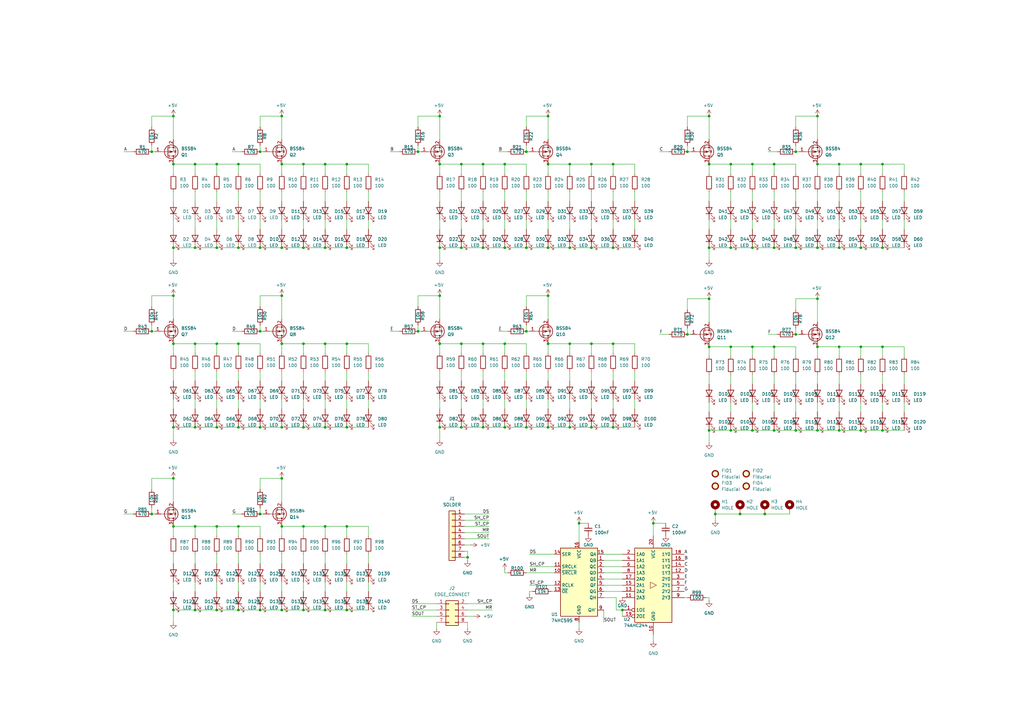
<source format=kicad_sch>
(kicad_sch (version 20231120) (generator "eeschema") (generator_version "8.0")
  (paper "A3")
  (junction (at 133.35 101.6))
  (junction (at 233.68 140.97))
  (junction (at 115.57 175.26))
  (junction (at 344.17 142.24))
  (junction (at 242.57 140.97))
  (junction (at 293.37 210.82))
  (junction (at 115.57 121.285))
  (junction (at 80.01 215.9))
  (junction (at 71.12 140.97))
  (junction (at 71.12 250.19))
  (junction (at 171.45 62.23))
  (junction (at 88.9 67.31))
  (junction (at 133.35 140.97))
  (junction (at 326.39 62.23))
  (junction (at 353.06 67.31))
  (junction (at 180.34 175.26))
  (junction (at 180.34 67.31))
  (junction (at 308.61 101.6))
  (junction (at 180.34 121.285))
  (junction (at 215.9 62.23))
  (junction (at 281.94 62.23))
  (junction (at 189.23 175.26))
  (junction (at 71.12 175.26))
  (junction (at 97.79 101.6))
  (junction (at 62.23 135.89))
  (junction (at 224.79 175.26))
  (junction (at 299.72 67.31))
  (junction (at 335.28 142.24))
  (junction (at 326.39 137.16))
  (junction (at 299.72 142.24))
  (junction (at 326.39 101.6))
  (junction (at 215.9 101.6))
  (junction (at 133.35 175.26))
  (junction (at 233.68 175.26))
  (junction (at 308.61 176.53))
  (junction (at 97.79 175.26))
  (junction (at 115.57 196.215))
  (junction (at 303.53 210.82))
  (junction (at 133.35 67.31))
  (junction (at 97.79 215.9))
  (junction (at 344.17 101.6))
  (junction (at 233.68 101.6))
  (junction (at 233.68 67.31))
  (junction (at 80.01 250.19))
  (junction (at 353.06 142.24))
  (junction (at 335.28 122.555))
  (junction (at 242.57 67.31))
  (junction (at 106.68 250.19))
  (junction (at 88.9 250.19))
  (junction (at 80.01 67.31))
  (junction (at 242.57 175.26))
  (junction (at 344.17 67.31))
  (junction (at 290.83 142.24))
  (junction (at 224.79 140.97))
  (junction (at 71.12 121.285))
  (junction (at 71.12 196.215))
  (junction (at 191.77 228.6))
  (junction (at 88.9 101.6))
  (junction (at 88.9 140.97))
  (junction (at 142.24 250.19))
  (junction (at 71.12 215.9))
  (junction (at 106.68 210.82))
  (junction (at 251.46 175.26))
  (junction (at 115.57 67.31))
  (junction (at 207.01 67.31))
  (junction (at 353.06 101.6))
  (junction (at 97.79 140.97))
  (junction (at 361.95 176.53))
  (junction (at 106.68 175.26))
  (junction (at 299.72 101.6))
  (junction (at 299.72 176.53))
  (junction (at 251.46 67.31))
  (junction (at 80.01 140.97))
  (junction (at 115.57 140.97))
  (junction (at 124.46 101.6))
  (junction (at 115.57 47.625))
  (junction (at 106.68 101.6))
  (junction (at 124.46 250.19))
  (junction (at 251.46 140.97))
  (junction (at 198.12 67.31))
  (junction (at 71.12 47.625))
  (junction (at 335.28 47.625))
  (junction (at 106.68 62.23))
  (junction (at 88.9 215.9))
  (junction (at 308.61 67.31))
  (junction (at 80.01 175.26))
  (junction (at 80.01 101.6))
  (junction (at 308.61 142.24))
  (junction (at 224.79 101.6))
  (junction (at 142.24 67.31))
  (junction (at 142.24 215.9))
  (junction (at 317.5 142.24))
  (junction (at 251.46 101.6))
  (junction (at 255.27 250.19))
  (junction (at 124.46 67.31))
  (junction (at 198.12 175.26))
  (junction (at 71.12 67.31))
  (junction (at 133.35 215.9))
  (junction (at 180.34 140.97))
  (junction (at 335.28 101.6))
  (junction (at 115.57 101.6))
  (junction (at 290.83 122.555))
  (junction (at 115.57 250.19))
  (junction (at 290.83 101.6))
  (junction (at 207.01 175.26))
  (junction (at 353.06 176.53))
  (junction (at 317.5 101.6))
  (junction (at 344.17 176.53))
  (junction (at 142.24 175.26))
  (junction (at 124.46 140.97))
  (junction (at 189.23 101.6))
  (junction (at 115.57 215.9))
  (junction (at 224.79 67.31))
  (junction (at 290.83 176.53))
  (junction (at 267.97 214.63))
  (junction (at 317.5 67.31))
  (junction (at 133.35 250.19))
  (junction (at 106.68 135.89))
  (junction (at 242.57 101.6))
  (junction (at 361.95 101.6))
  (junction (at 97.79 250.19))
  (junction (at 215.9 175.26))
  (junction (at 189.23 67.31))
  (junction (at 290.83 67.31))
  (junction (at 215.9 135.89))
  (junction (at 198.12 101.6))
  (junction (at 189.23 140.97))
  (junction (at 207.01 101.6))
  (junction (at 142.24 140.97))
  (junction (at 237.49 214.63))
  (junction (at 224.79 47.625))
  (junction (at 335.28 176.53))
  (junction (at 313.69 210.82))
  (junction (at 62.23 210.82))
  (junction (at 326.39 176.53))
  (junction (at 97.79 67.31))
  (junction (at 361.95 142.24))
  (junction (at 198.12 140.97))
  (junction (at 88.9 175.26))
  (junction (at 124.46 215.9))
  (junction (at 71.12 101.6))
  (junction (at 180.34 47.625))
  (junction (at 207.01 140.97))
  (junction (at 62.23 62.23))
  (junction (at 224.79 121.285))
  (junction (at 335.28 67.31))
  (junction (at 361.95 67.31))
  (junction (at 124.46 175.26))
  (junction (at 281.94 137.16))
  (junction (at 142.24 101.6))
  (junction (at 180.34 101.6))
  (junction (at 290.83 47.625))
  (junction (at 171.45 135.89))
  (junction (at 317.5 176.53))
  (wire (pts (xy 168.91 252.73) (xy 179.07 252.73)))
  (wire (pts (xy 88.9 215.9) (xy 88.9 219.71)))
  (wire (pts (xy 142.24 227.33) (xy 142.24 231.14)))
  (wire (pts (xy 267.97 260.35) (xy 267.97 262.89)))
  (wire (pts (xy 71.12 67.31) (xy 71.12 71.12)))
  (wire (pts (xy 88.9 175.26) (xy 97.79 175.26)))
  (wire (pts (xy 215.9 59.69) (xy 215.9 62.23)))
  (wire (pts (xy 326.39 67.31) (xy 326.39 71.12)))
  (wire (pts (xy 151.13 215.9) (xy 151.13 219.71)))
  (wire (pts (xy 308.61 153.67) (xy 308.61 157.48)))
  (wire (pts (xy 71.12 152.4) (xy 71.12 156.21)))
  (wire (pts (xy 224.79 78.74) (xy 224.79 82.55)))
  (wire (pts (xy 226.06 242.57) (xy 227.33 242.57)))
  (wire (pts (xy 71.12 215.9) (xy 80.01 215.9)))
  (wire (pts (xy 133.35 227.33) (xy 133.35 231.14)))
  (wire (pts (xy 242.57 67.31) (xy 242.57 71.12)))
  (wire (pts (xy 217.17 62.23) (xy 215.9 62.23)))
  (wire (pts (xy 308.61 176.53) (xy 317.5 176.53)))
  (wire (pts (xy 133.35 163.83) (xy 133.35 167.64)))
  (wire (pts (xy 115.57 238.76) (xy 115.57 242.57)))
  (wire (pts (xy 217.17 227.33) (xy 227.33 227.33)))
  (wire (pts (xy 62.23 121.285) (xy 62.23 125.73)))
  (wire (pts (xy 171.45 47.625) (xy 171.45 52.07)))
  (wire (pts (xy 290.83 142.24) (xy 299.72 142.24)))
  (wire (pts (xy 180.34 163.83) (xy 180.34 167.64)))
  (wire (pts (xy 107.95 62.23) (xy 106.68 62.23)))
  (wire (pts (xy 344.17 176.53) (xy 353.06 176.53)))
  (wire (pts (xy 115.57 175.26) (xy 124.46 175.26)))
  (wire (pts (xy 106.68 101.6) (xy 115.57 101.6)))
  (wire (pts (xy 344.17 142.24) (xy 344.17 146.05)))
  (wire (pts (xy 242.57 90.17) (xy 242.57 93.98)))
  (wire (pts (xy 335.28 47.625) (xy 335.28 57.15)))
  (wire (pts (xy 274.32 137.16) (xy 270.51 137.16)))
  (wire (pts (xy 80.01 152.4) (xy 80.01 156.21)))
  (wire (pts (xy 63.5 62.23) (xy 62.23 62.23)))
  (wire (pts (xy 88.9 163.83) (xy 88.9 167.64)))
  (wire (pts (xy 151.13 67.31) (xy 151.13 71.12)))
  (wire (pts (xy 260.35 152.4) (xy 260.35 156.21)))
  (wire (pts (xy 133.35 67.31) (xy 133.35 71.12)))
  (wire (pts (xy 88.9 90.17) (xy 88.9 93.98)))
  (wire (pts (xy 151.13 238.76) (xy 151.13 242.57)))
  (wire (pts (xy 180.34 90.17) (xy 180.34 93.98)))
  (wire (pts (xy 115.57 163.83) (xy 115.57 167.64)))
  (wire (pts (xy 189.23 163.83) (xy 189.23 167.64)))
  (wire (pts (xy 361.95 78.74) (xy 361.95 82.55)))
  (wire (pts (xy 124.46 78.74) (xy 124.46 82.55)))
  (wire (pts (xy 115.57 47.625) (xy 106.68 47.625)))
  (wire (pts (xy 189.23 67.31) (xy 198.12 67.31)))
  (wire (pts (xy 198.12 175.26) (xy 207.01 175.26)))
  (wire (pts (xy 99.06 62.23) (xy 95.25 62.23)))
  (wire (pts (xy 260.35 78.74) (xy 260.35 82.55)))
  (wire (pts (xy 335.28 176.53) (xy 344.17 176.53)))
  (wire (pts (xy 190.5 223.52) (xy 193.04 223.52)))
  (wire (pts (xy 106.68 152.4) (xy 106.68 156.21)))
  (wire (pts (xy 283.21 137.16) (xy 281.94 137.16)))
  (wire (pts (xy 62.23 47.625) (xy 62.23 52.07)))
  (wire (pts (xy 133.35 215.9) (xy 142.24 215.9)))
  (wire (pts (xy 207.01 163.83) (xy 207.01 167.64)))
  (wire (pts (xy 71.12 101.6) (xy 80.01 101.6)))
  (wire (pts (xy 106.68 196.215) (xy 106.68 200.66)))
  (wire (pts (xy 97.79 250.19) (xy 106.68 250.19)))
  (wire (pts (xy 106.68 250.19) (xy 115.57 250.19)))
  (wire (pts (xy 115.57 78.74) (xy 115.57 82.55)))
  (wire (pts (xy 198.12 163.83) (xy 198.12 167.64)))
  (wire (pts (xy 323.85 210.82) (xy 313.69 210.82)))
  (wire (pts (xy 326.39 142.24) (xy 326.39 146.05)))
  (wire (pts (xy 308.61 101.6) (xy 317.5 101.6)))
  (wire (pts (xy 133.35 152.4) (xy 133.35 156.21)))
  (wire (pts (xy 115.57 152.4) (xy 115.57 156.21)))
  (wire (pts (xy 251.46 175.26) (xy 260.35 175.26)))
  (wire (pts (xy 198.12 101.6) (xy 207.01 101.6)))
  (wire (pts (xy 99.06 210.82) (xy 95.25 210.82)))
  (wire (pts (xy 80.01 140.97) (xy 80.01 144.78)))
  (wire (pts (xy 71.12 175.26) (xy 80.01 175.26)))
  (wire (pts (xy 267.97 214.63) (xy 273.05 214.63)))
  (wire (pts (xy 233.68 67.31) (xy 233.68 71.12)))
  (wire (pts (xy 163.83 135.89) (xy 160.02 135.89)))
  (wire (pts (xy 299.72 176.53) (xy 308.61 176.53)))
  (wire (pts (xy 233.68 152.4) (xy 233.68 156.21)))
  (wire (pts (xy 218.44 242.57) (xy 217.17 242.57)))
  (wire (pts (xy 353.06 176.53) (xy 361.95 176.53)))
  (wire (pts (xy 71.12 175.26) (xy 71.12 180.34)))
  (wire (pts (xy 233.68 140.97) (xy 242.57 140.97)))
  (wire (pts (xy 215.9 78.74) (xy 215.9 82.55)))
  (wire (pts (xy 142.24 101.6) (xy 151.13 101.6)))
  (wire (pts (xy 326.39 153.67) (xy 326.39 157.48)))
  (wire (pts (xy 115.57 140.97) (xy 115.57 144.78)))
  (wire (pts (xy 361.95 101.6) (xy 370.84 101.6)))
  (wire (pts (xy 180.34 175.26) (xy 189.23 175.26)))
  (wire (pts (xy 299.72 142.24) (xy 299.72 146.05)))
  (wire (pts (xy 106.68 47.625) (xy 106.68 52.07)))
  (wire (pts (xy 189.23 67.31) (xy 189.23 71.12)))
  (wire (pts (xy 335.28 153.67) (xy 335.28 157.48)))
  (wire (pts (xy 88.9 78.74) (xy 88.9 82.55)))
  (wire (pts (xy 124.46 238.76) (xy 124.46 242.57)))
  (wire (pts (xy 198.12 67.31) (xy 198.12 71.12)))
  (wire (pts (xy 88.9 67.31) (xy 97.79 67.31)))
  (wire (pts (xy 124.46 250.19) (xy 133.35 250.19)))
  (wire (pts (xy 344.17 142.24) (xy 353.06 142.24)))
  (wire (pts (xy 251.46 78.74) (xy 251.46 82.55)))
  (wire (pts (xy 326.39 122.555) (xy 326.39 127)))
  (wire (pts (xy 313.69 210.82) (xy 303.53 210.82)))
  (wire (pts (xy 106.68 59.69) (xy 106.68 62.23)))
  (wire (pts (xy 224.79 90.17) (xy 224.79 93.98)))
  (wire (pts (xy 335.28 47.625) (xy 326.39 47.625)))
  (wire (pts (xy 353.06 101.6) (xy 361.95 101.6)))
  (wire (pts (xy 247.65 227.33) (xy 255.27 227.33)))
  (wire (pts (xy 142.24 215.9) (xy 151.13 215.9)))
  (wire (pts (xy 71.12 121.285) (xy 62.23 121.285)))
  (wire (pts (xy 335.28 122.555) (xy 335.28 132.08)))
  (wire (pts (xy 281.94 59.69) (xy 281.94 62.23)))
  (wire (pts (xy 289.56 245.11) (xy 290.83 245.11)))
  (wire (pts (xy 217.17 135.89) (xy 215.9 135.89)))
  (wire (pts (xy 71.12 90.17) (xy 71.12 93.98)))
  (wire (pts (xy 163.83 62.23) (xy 160.02 62.23)))
  (wire (pts (xy 189.23 175.26) (xy 198.12 175.26)))
  (wire (pts (xy 172.72 135.89) (xy 171.45 135.89)))
  (wire (pts (xy 142.24 238.76) (xy 142.24 242.57)))
  (wire (pts (xy 317.5 90.17) (xy 317.5 93.98)))
  (wire (pts (xy 63.5 135.89) (xy 62.23 135.89)))
  (wire (pts (xy 198.12 140.97) (xy 207.01 140.97)))
  (wire (pts (xy 124.46 227.33) (xy 124.46 231.14)))
  (wire (pts (xy 207.01 234.95) (xy 207.01 233.68)))
  (wire (pts (xy 189.23 90.17) (xy 189.23 93.98)))
  (wire (pts (xy 97.79 78.74) (xy 97.79 82.55)))
  (wire (pts (xy 215.9 121.285) (xy 215.9 125.73)))
  (wire (pts (xy 106.68 175.26) (xy 115.57 175.26)))
  (wire (pts (xy 290.83 245.11) (xy 290.83 246.38)))
  (wire (pts (xy 171.45 121.285) (xy 171.45 125.73)))
  (wire (pts (xy 353.06 142.24) (xy 361.95 142.24)))
  (wire (pts (xy 335.28 67.31) (xy 344.17 67.31)))
  (wire (pts (xy 168.91 250.19) (xy 179.07 250.19)))
  (wire (pts (xy 142.24 78.74) (xy 142.24 82.55)))
  (wire (pts (xy 308.61 78.74) (xy 308.61 82.55)))
  (wire (pts (xy 198.12 152.4) (xy 198.12 156.21)))
  (wire (pts (xy 290.83 122.555) (xy 290.83 132.08)))
  (wire (pts (xy 71.12 78.74) (xy 71.12 82.55)))
  (wire (pts (xy 233.68 163.83) (xy 233.68 167.64)))
  (wire (pts (xy 80.01 67.31) (xy 88.9 67.31)))
  (wire (pts (xy 106.68 140.97) (xy 106.68 144.78)))
  (wire (pts (xy 233.68 67.31) (xy 242.57 67.31)))
  (wire (pts (xy 308.61 142.24) (xy 317.5 142.24)))
  (wire (pts (xy 115.57 215.9) (xy 124.46 215.9)))
  (wire (pts (xy 151.13 140.97) (xy 151.13 144.78)))
  (wire (pts (xy 115.57 227.33) (xy 115.57 231.14)))
  (wire (pts (xy 299.72 67.31) (xy 308.61 67.31)))
  (wire (pts (xy 207.01 78.74) (xy 207.01 82.55)))
  (wire (pts (xy 274.32 62.23) (xy 270.51 62.23)))
  (wire (pts (xy 71.12 140.97) (xy 71.12 144.78)))
  (wire (pts (xy 207.01 90.17) (xy 207.01 93.98)))
  (wire (pts (xy 106.68 133.35) (xy 106.68 135.89)))
  (wire (pts (xy 251.46 163.83) (xy 251.46 167.64)))
  (wire (pts (xy 281.94 122.555) (xy 281.94 127)))
  (wire (pts (xy 189.23 101.6) (xy 198.12 101.6)))
  (wire (pts (xy 200.66 213.36) (xy 190.5 213.36)))
  (wire (pts (xy 224.79 140.97) (xy 233.68 140.97)))
  (wire (pts (xy 88.9 67.31) (xy 88.9 71.12)))
  (wire (pts (xy 133.35 238.76) (xy 133.35 242.57)))
  (wire (pts (xy 233.68 101.6) (xy 242.57 101.6)))
  (wire (pts (xy 133.35 78.74) (xy 133.35 82.55)))
  (wire (pts (xy 115.57 101.6) (xy 124.46 101.6)))
  (wire (pts (xy 142.24 152.4) (xy 142.24 156.21)))
  (wire (pts (xy 335.28 142.24) (xy 335.28 146.05)))
  (wire (pts (xy 326.39 176.53) (xy 335.28 176.53)))
  (wire (pts (xy 97.79 140.97) (xy 106.68 140.97)))
  (wire (pts (xy 242.57 152.4) (xy 242.57 156.21)))
  (wire (pts (xy 326.39 78.74) (xy 326.39 82.55)))
  (wire (pts (xy 190.5 226.06) (xy 191.77 226.06)))
  (wire (pts (xy 361.95 142.24) (xy 370.84 142.24)))
  (wire (pts (xy 290.83 165.1) (xy 290.83 168.91)))
  (wire (pts (xy 71.12 121.285) (xy 71.12 130.81)))
  (wire (pts (xy 251.46 152.4) (xy 251.46 156.21)))
  (wire (pts (xy 198.12 140.97) (xy 198.12 144.78)))
  (wire (pts (xy 71.12 101.6) (xy 71.12 106.68)))
  (wire (pts (xy 207.01 67.31) (xy 207.01 71.12)))
  (wire (pts (xy 217.17 240.03) (xy 227.33 240.03)))
  (wire (pts (xy 370.84 165.1) (xy 370.84 168.91)))
  (wire (pts (xy 242.57 78.74) (xy 242.57 82.55)))
  (wire (pts (xy 326.39 101.6) (xy 335.28 101.6)))
  (wire (pts (xy 88.9 101.6) (xy 97.79 101.6)))
  (wire (pts (xy 299.72 142.24) (xy 308.61 142.24)))
  (wire (pts (xy 217.17 232.41) (xy 227.33 232.41)))
  (wire (pts (xy 106.68 78.74) (xy 106.68 82.55)))
  (wire (pts (xy 224.79 175.26) (xy 233.68 175.26)))
  (wire (pts (xy 180.34 47.625) (xy 171.45 47.625)))
  (wire (pts (xy 299.72 165.1) (xy 299.72 168.91)))
  (wire (pts (xy 80.01 215.9) (xy 80.01 219.71)))
  (wire (pts (xy 99.06 135.89) (xy 95.25 135.89)))
  (wire (pts (xy 318.77 62.23) (xy 314.96 62.23)))
  (wire (pts (xy 88.9 250.19) (xy 97.79 250.19)))
  (wire (pts (xy 71.12 215.9) (xy 71.12 219.71)))
  (wire (pts (xy 344.17 67.31) (xy 344.17 71.12)))
  (wire (pts (xy 97.79 90.17) (xy 97.79 93.98)))
  (wire (pts (xy 133.35 140.97) (xy 142.24 140.97)))
  (wire (pts (xy 97.79 238.76) (xy 97.79 242.57)))
  (wire (pts (xy 344.17 153.67) (xy 344.17 157.48)))
  (wire (pts (xy 80.01 250.19) (xy 88.9 250.19)))
  (wire (pts (xy 106.68 208.28) (xy 106.68 210.82)))
  (wire (pts (xy 260.35 90.17) (xy 260.35 93.98)))
  (wire (pts (xy 168.91 247.65) (xy 179.07 247.65)))
  (wire (pts (xy 299.72 90.17) (xy 299.72 93.98)))
  (wire (pts (xy 224.79 121.285) (xy 215.9 121.285)))
  (wire (pts (xy 71.12 67.31) (xy 80.01 67.31)))
  (wire (pts (xy 207.01 152.4) (xy 207.01 156.21)))
  (wire (pts (xy 217.17 242.57) (xy 217.17 243.84)))
  (wire (pts (xy 215.9 133.35) (xy 215.9 135.89)))
  (wire (pts (xy 233.68 140.97) (xy 233.68 144.78)))
  (wire (pts (xy 317.5 78.74) (xy 317.5 82.55)))
  (wire (pts (xy 290.83 67.31) (xy 299.72 67.31)))
  (wire (pts (xy 180.34 78.74) (xy 180.34 82.55)))
  (wire (pts (xy 353.06 90.17) (xy 353.06 93.98)))
  (wire (pts (xy 353.06 78.74) (xy 353.06 82.55)))
  (wire (pts (xy 290.83 176.53) (xy 299.72 176.53)))
  (wire (pts (xy 124.46 215.9) (xy 124.46 219.71)))
  (wire (pts (xy 80.01 90.17) (xy 80.01 93.98)))
  (wire (pts (xy 290.83 122.555) (xy 281.94 122.555)))
  (wire (pts (xy 88.9 140.97) (xy 88.9 144.78)))
  (wire (pts (xy 180.34 140.97) (xy 189.23 140.97)))
  (wire (pts (xy 247.65 245.11) (xy 252.73 245.11)))
  (wire (pts (xy 317.5 176.53) (xy 326.39 176.53)))
  (wire (pts (xy 252.73 250.19) (xy 255.27 250.19)))
  (wire (pts (xy 317.5 101.6) (xy 326.39 101.6)))
  (wire (pts (xy 318.77 137.16) (xy 314.96 137.16)))
  (wire (pts (xy 335.28 67.31) (xy 335.28 71.12)))
  (wire (pts (xy 233.68 78.74) (xy 233.68 82.55)))
  (wire (pts (xy 115.57 140.97) (xy 124.46 140.97)))
  (wire (pts (xy 344.17 78.74) (xy 344.17 82.55)))
  (wire (pts (xy 80.01 163.83) (xy 80.01 167.64)))
  (wire (pts (xy 242.57 163.83) (xy 242.57 167.64)))
  (wire (pts (xy 80.01 67.31) (xy 80.01 71.12)))
  (wire (pts (xy 290.83 101.6) (xy 299.72 101.6)))
  (wire (pts (xy 207.01 101.6) (xy 215.9 101.6)))
  (wire (pts (xy 242.57 140.97) (xy 242.57 144.78)))
  (wire (pts (xy 71.12 250.19) (xy 71.12 255.27)))
  (wire (pts (xy 290.83 153.67) (xy 290.83 157.48)))
  (wire (pts (xy 224.79 140.97) (xy 224.79 144.78)))
  (wire (pts (xy 180.34 121.285) (xy 180.34 130.81)))
  (wire (pts (xy 142.24 140.97) (xy 142.24 144.78)))
  (wire (pts (xy 80.01 78.74) (xy 80.01 82.55)))
  (wire (pts (xy 142.24 67.31) (xy 151.13 67.31)))
  (wire (pts (xy 142.24 175.26) (xy 151.13 175.26)))
  (wire (pts (xy 106.68 238.76) (xy 106.68 242.57)))
  (wire (pts (xy 208.28 62.23) (xy 204.47 62.23)))
  (wire (pts (xy 142.24 140.97) (xy 151.13 140.97)))
  (wire (pts (xy 290.83 142.24) (xy 290.83 146.05)))
  (wire (pts (xy 370.84 153.67) (xy 370.84 157.48)))
  (wire (pts (xy 191.77 228.6) (xy 191.77 229.87)))
  (wire (pts (xy 142.24 90.17) (xy 142.24 93.98)))
  (wire (pts (xy 247.65 250.19) (xy 247.65 255.27)))
  (wire (pts (xy 200.66 218.44) (xy 190.5 218.44)))
  (wire (pts (xy 344.17 67.31) (xy 353.06 67.31)))
  (wire (pts (xy 247.65 232.41) (xy 255.27 232.41)))
  (wire (pts (xy 191.77 226.06) (xy 191.77 228.6)))
  (wire (pts (xy 62.23 59.69) (xy 62.23 62.23)))
  (wire (pts (xy 215.9 140.97) (xy 215.9 144.78)))
  (wire (pts (xy 151.13 152.4) (xy 151.13 156.21)))
  (wire (pts (xy 115.57 196.215) (xy 115.57 205.74)))
  (wire (pts (xy 54.61 62.23) (xy 50.8 62.23)))
  (wire (pts (xy 207.01 140.97) (xy 207.01 144.78)))
  (wire (pts (xy 151.13 90.17) (xy 151.13 93.98)))
  (wire (pts (xy 242.57 175.26) (xy 251.46 175.26)))
  (wire (pts (xy 233.68 175.26) (xy 242.57 175.26)))
  (wire (pts (xy 142.24 250.19) (xy 151.13 250.19)))
  (wire (pts (xy 208.28 135.89) (xy 204.47 135.89)))
  (wire (pts (xy 215.9 101.6) (xy 224.79 101.6)))
  (wire (pts (xy 247.65 237.49) (xy 255.27 237.49)))
  (wire (pts (xy 71.12 47.625) (xy 71.12 57.15)))
  (wire (pts (xy 361.95 90.17) (xy 361.95 93.98)))
  (wire (pts (xy 290.83 67.31) (xy 290.83 71.12)))
  (wire (pts (xy 71.12 227.33) (xy 71.12 231.14)))
  (wire (pts (xy 180.34 101.6) (xy 180.34 106.68)))
  (wire (pts (xy 88.9 227.33) (xy 88.9 231.14)))
  (wire (pts (xy 62.23 133.35) (xy 62.23 135.89)))
  (wire (pts (xy 370.84 90.17) (xy 370.84 93.98)))
  (wire (pts (xy 88.9 140.97) (xy 97.79 140.97)))
  (wire (pts (xy 201.93 250.19) (xy 191.77 250.19)))
  (wire (pts (xy 171.45 133.35) (xy 171.45 135.89)))
  (wire (pts (xy 80.01 215.9) (xy 88.9 215.9)))
  (wire (pts (xy 293.37 210.82) (xy 293.37 213.36)))
  (wire (pts (xy 180.34 67.31) (xy 180.34 71.12)))
  (wire (pts (xy 215.9 47.625) (xy 215.9 52.07)))
  (wire (pts (xy 335.28 90.17) (xy 335.28 93.98)))
  (wire (pts (xy 133.35 215.9) (xy 133.35 219.71)))
  (wire (pts (xy 106.68 90.17) (xy 106.68 93.98)))
  (wire (pts (xy 370.84 142.24) (xy 370.84 146.05)))
  (wire (pts (xy 97.79 215.9) (xy 106.68 215.9)))
  (wire (pts (xy 290.83 47.625) (xy 290.83 57.15)))
  (wire (pts (xy 283.21 62.23) (xy 281.94 62.23)))
  (wire (pts (xy 133.35 90.17) (xy 133.35 93.98)))
  (wire (pts (xy 200.66 215.9) (xy 190.5 215.9)))
  (wire (pts (xy 326.39 47.625) (xy 326.39 52.07)))
  (wire (pts (xy 189.23 140.97) (xy 189.23 144.78)))
  (wire (pts (xy 133.35 67.31) (xy 142.24 67.31)))
  (wire (pts (xy 353.06 165.1) (xy 353.06 168.91)))
  (wire (pts (xy 327.66 137.16) (xy 326.39 137.16)))
  (wire (pts (xy 80.01 227.33) (xy 80.01 231.14)))
  (wire (pts (xy 224.79 101.6) (xy 233.68 101.6)))
  (wire (pts (xy 97.79 67.31) (xy 97.79 71.12)))
  (wire (pts (xy 115.57 215.9) (xy 115.57 219.71)))
  (wire (pts (xy 198.12 78.74) (xy 198.12 82.55)))
  (wire (pts (xy 353.06 67.31) (xy 361.95 67.31)))
  (wire (pts (xy 247.65 234.95) (xy 255.27 234.95)))
  (wire (pts (xy 361.95 67.31) (xy 361.95 71.12)))
  (wire (pts (xy 190.5 228.6) (xy 191.77 228.6)))
  (wire (pts (xy 180.34 101.6) (xy 189.23 101.6)))
  (wire (pts (xy 280.67 245.11) (xy 281.94 245.11)))
  (wire (pts (xy 124.46 67.31) (xy 124.46 71.12)))
  (wire (pts (xy 308.61 165.1) (xy 308.61 168.91)))
  (wire (pts (xy 151.13 78.74) (xy 151.13 82.55)))
  (wire (pts (xy 107.95 135.89) (xy 106.68 135.89)))
  (wire (pts (xy 189.23 152.4) (xy 189.23 156.21)))
  (wire (pts (xy 115.57 67.31) (xy 115.57 71.12)))
  (wire (pts (xy 317.5 142.24) (xy 326.39 142.24)))
  (wire (pts (xy 317.5 67.31) (xy 326.39 67.31)))
  (wire (pts (xy 97.79 163.83) (xy 97.79 167.64)))
  (wire (pts (xy 124.46 140.97) (xy 133.35 140.97)))
  (wire (pts (xy 80.01 140.97) (xy 88.9 140.97)))
  (wire (pts (xy 133.35 101.6) (xy 142.24 101.6)))
  (wire (pts (xy 247.65 240.03) (xy 255.27 240.03)))
  (wire (pts (xy 308.61 67.31) (xy 308.61 71.12)))
  (wire (pts (xy 290.83 78.74) (xy 290.83 82.55)))
  (wire (pts (xy 361.95 67.31) (xy 370.84 67.31)))
  (wire (pts (xy 215.9 90.17) (xy 215.9 93.98)))
  (wire (pts (xy 224.79 121.285) (xy 224.79 130.81)))
  (wire (pts (xy 198.12 67.31) (xy 207.01 67.31)))
  (wire (pts (xy 260.35 163.83) (xy 260.35 167.64)))
  (wire (pts (xy 115.57 47.625) (xy 115.57 57.15)))
  (wire (pts (xy 80.01 238.76) (xy 80.01 242.57)))
  (wire (pts (xy 344.17 165.1) (xy 344.17 168.91)))
  (wire (pts (xy 361.95 142.24) (xy 361.95 146.05)))
  (wire (pts (xy 124.46 90.17) (xy 124.46 93.98)))
  (wire (pts (xy 247.65 242.57) (xy 255.27 242.57)))
  (wire (pts (xy 224.79 67.31) (xy 233.68 67.31)))
  (wire (pts (xy 54.61 210.82) (xy 50.8 210.82)))
  (wire (pts (xy 335.28 78.74) (xy 335.28 82.55)))
  (wire (pts (xy 106.68 67.31) (xy 106.68 71.12)))
  (wire (pts (xy 317.5 165.1) (xy 317.5 168.91)))
  (wire (pts (xy 106.68 163.83) (xy 106.68 167.64)))
  (wire (pts (xy 180.34 47.625) (xy 180.34 57.15)))
  (wire (pts (xy 215.9 234.95) (xy 227.33 234.95)))
  (wire (pts (xy 151.13 163.83) (xy 151.13 167.64)))
  (wire (pts (xy 335.28 165.1) (xy 335.28 168.91)))
  (wire (pts (xy 201.93 247.65) (xy 191.77 247.65)))
  (wire (pts (xy 172.72 62.23) (xy 171.45 62.23)))
  (wire (pts (xy 308.61 67.31) (xy 317.5 67.31)))
  (wire (pts (xy 242.57 101.6) (xy 251.46 101.6)))
  (wire (pts (xy 353.06 153.67) (xy 353.06 157.48)))
  (wire (pts (xy 207.01 140.97) (xy 215.9 140.97)))
  (wire (pts (xy 115.57 121.285) (xy 106.68 121.285)))
  (wire (pts (xy 207.01 67.31) (xy 215.9 67.31)))
  (wire (pts (xy 71.12 250.19) (xy 80.01 250.19)))
  (wire (pts (xy 344.17 101.6) (xy 353.06 101.6)))
  (wire (pts (xy 115.57 90.17) (xy 115.57 93.98)))
  (wire (pts (xy 242.57 140.97) (xy 251.46 140.97)))
  (wire (pts (xy 303.53 210.82) (xy 293.37 210.82)))
  (wire (pts (xy 224.79 67.31) (xy 224.79 71.12)))
  (wire (pts (xy 215.9 175.26) (xy 224.79 175.26)))
  (wire (pts (xy 326.39 90.17) (xy 326.39 93.98)))
  (wire (pts (xy 142.24 67.31) (xy 142.24 71.12)))
  (wire (pts (xy 97.79 175.26) (xy 106.68 175.26)))
  (wire (pts (xy 180.34 140.97) (xy 180.34 144.78)))
  (wire (pts (xy 267.97 219.71) (xy 267.97 214.63)))
  (wire (pts (xy 251.46 90.17) (xy 251.46 93.98)))
  (wire (pts (xy 251.46 67.31) (xy 251.46 71.12)))
  (wire (pts (xy 63.5 210.82) (xy 62.23 210.82)))
  (wire (pts (xy 189.23 78.74) (xy 189.23 82.55)))
  (wire (pts (xy 115.57 250.19) (xy 124.46 250.19)))
  (wire (pts (xy 171.45 59.69) (xy 171.45 62.23)))
  (wire (pts (xy 224.79 47.625) (xy 224.79 57.15)))
  (wire (pts (xy 224.79 163.83) (xy 224.79 167.64)))
  (wire (pts (xy 80.01 101.6) (xy 88.9 101.6)))
  (wire (pts (xy 215.9 67.31) (xy 215.9 71.12)))
  (wire (pts (xy 191.77 252.73) (xy 194.31 252.73)))
  (wire (pts (xy 237.49 214.63) (xy 241.3 214.63)))
  (wire (pts (xy 299.72 78.74) (xy 299.72 82.55)))
  (wire (pts (xy 215.9 152.4) (xy 215.9 156.21)))
  (wire (pts (xy 361.95 176.53) (xy 370.84 176.53)))
  (wire (pts (xy 370.84 78.74) (xy 370.84 82.55)))
  (wire (pts (xy 207.01 175.26) (xy 215.9 175.26)))
  (wire (pts (xy 224.79 152.4) (xy 224.79 156.21)))
  (wire (pts (xy 180.34 121.285) (xy 171.45 121.285)))
  (wire (pts (xy 326.39 134.62) (xy 326.39 137.16)))
  (wire (pts (xy 133.35 140.97) (xy 133.35 144.78)))
  (wire (pts (xy 344.17 90.17) (xy 344.17 93.98)))
  (wire (pts (xy 327.66 62.23) (xy 326.39 62.23)))
  (wire (pts (xy 260.35 140.97) (xy 260.35 144.78)))
  (wire (pts (xy 215.9 163.83) (xy 215.9 167.64)))
  (wire (pts (xy 124.46 163.83) (xy 124.46 167.64)))
  (wire (pts (xy 80.01 175.26) (xy 88.9 175.26)))
  (wire (pts (xy 361.95 153.67) (xy 361.95 157.48)))
  (wire (pts (xy 97.79 101.6) (xy 106.68 101.6)))
  (wire (pts (xy 290.83 176.53) (xy 290.83 181.61)))
  (wire (pts (xy 299.72 101.6) (xy 308.61 101.6)))
  (wire (pts (xy 299.72 67.31) (xy 299.72 71.12)))
  (wire (pts (xy 252.73 245.11) (xy 252.73 250.19)))
  (wire (pts (xy 106.68 227.33) (xy 106.68 231.14)))
  (wire (pts (xy 299.72 153.67) (xy 299.72 157.48)))
  (wire (pts (xy 115.57 121.285) (xy 115.57 130.81)))
  (wire (pts (xy 54.61 135.89) (xy 50.8 135.89)))
  (wire (pts (xy 107.95 210.82) (xy 106.68 210.82)))
  (wire (pts (xy 200.66 220.98) (xy 190.5 220.98)))
  (wire (pts (xy 290.83 101.6) (xy 290.83 106.68)))
  (wire (pts (xy 335.28 101.6) (xy 344.17 101.6)))
  (wire (pts (xy 133.35 250.19) (xy 142.24 250.19)))
  (wire (pts (xy 88.9 238.76) (xy 88.9 242.57)))
  (wire (pts (xy 142.24 163.83) (xy 142.24 167.64)))
  (wire (pts (xy 115.57 196.215) (xy 106.68 196.215)))
  (wire (pts (xy 71.12 47.625) (xy 62.23 47.625)))
  (wire (pts (xy 200.66 210.82) (xy 190.5 210.82)))
  (wire (pts (xy 191.77 255.27) (xy 191.77 257.81)))
  (wire (pts (xy 88.9 152.4) (xy 88.9 156.21)))
  (wire (pts (xy 251.46 67.31) (xy 260.35 67.31)))
  (wire (pts (xy 317.5 153.67) (xy 317.5 157.48)))
  (wire (pts (xy 71.12 238.76) (xy 71.12 242.57)))
  (wire (pts (xy 317.5 67.31) (xy 317.5 71.12)))
  (wire (pts (xy 180.34 175.26) (xy 180.34 180.34)))
  (wire (pts (xy 115.57 67.31) (xy 124.46 67.31)))
  (wire (pts (xy 88.9 215.9) (xy 97.79 215.9)))
  (wire (pts (xy 71.12 140.97) (xy 80.01 140.97)))
  (wire (pts (xy 255.27 250.19) (xy 255.27 252.73)))
  (wire (pts (xy 290.83 47.625) (xy 281.94 47.625)))
  (wire (pts (xy 124.46 101.6) (xy 133.35 101.6)))
  (wire (pts (xy 237.49 222.25) (xy 237.49 214.63)))
  (wire (pts (xy 260.35 67.31) (xy 260.35 71.12)))
  (wire (pts (xy 97.79 152.4) (xy 97.79 156.21)))
  (wire (pts (xy 180.34 67.31) (xy 189.23 67.31)))
  (wire (pts (xy 198.12 90.17) (xy 198.12 93.98)))
  (wire (pts (xy 361.95 165.1) (xy 361.95 168.91)))
  (wire (pts (xy 180.34 152.4) (xy 180.34 156.21)))
  (wire (pts (xy 124.46 152.4) (xy 124.46 156.21)))
  (wire (pts (xy 251.46 140.97) (xy 251.46 144.78)))
  (wire (pts (xy 124.46 175.26) (xy 133.35 175.26)))
  (wire (pts (xy 71.12 196.215) (xy 62.23 196.215)))
  (wire (pts (xy 317.5 142.24) (xy 317.5 146.05)))
  (wire (pts (xy 224.79 47.625) (xy 215.9 47.625)))
  (wire (pts (xy 151.13 227.33) (xy 151.13 231.14)))
  (wire (pts (xy 237.49 255.27) (xy 237.49 257.81)))
  (wire (pts (xy 353.06 142.24) (xy 353.06 146.05)))
  (wire (pts (xy 335.28 142.24) (xy 344.17 142.24)))
  (wire (pts (xy 189.23 140.97) (xy 198.12 140.97)))
  (wire (pts (xy 106.68 121.285) (xy 106.68 125.73)))
  (wire (pts (xy 326.39 165.1) (xy 326.39 168.91)))
  (wire (pts (xy 97.79 227.33) (xy 97.79 231.14)))
  (wire (pts (xy 308.61 90.17) (xy 308.61 93.98)))
  (wire (pts (xy 71.12 196.215) (xy 71.12 205.74)))
  (wire (pts (xy 251.46 101.6) (xy 260.35 101.6)))
  (wire (pts (xy 124.46 67.31) (xy 133.35 67.31)))
  (wire (pts (xy 142.24 215.9) (xy 142.24 219.71)))
  (wire (pts (xy 133.35 175.26) (xy 142.24 175.26)))
  (wire (pts (xy 62.23 196.215) (xy 62.23 200.66)))
  (wire (pts (xy 353.06 67.31) (xy 353.06 71.12)))
  (wire (pts (xy 290.83 90.17) (xy 290.83 93.98)))
  (wire (pts (xy 281.94 47.625) (xy 281.94 52.07)))
  (wire (pts (xy 370.84 67.31) (xy 370.84 71.12)))
  (wire (pts (xy 242.57 67.31) (xy 251.46 67.31)))
  (wire (pts (xy 251.46 140.97) (xy 260.35 140.97)))
  (wire (pts (xy 124.46 140.97) (xy 124.46 144.78)))
  (wire (pts (xy 106.68 215.9) (xy 106.68 219.71)))
  (wire (pts (xy 97.79 140.97) (xy 97.79 144.78)))
  (wire (pts (xy 233.68 90.17) (xy 233.68 93.98)))
  (wire (pts (xy 247.65 229.87) (xy 255.27 229.87)))
  (wire (pts (xy 208.28 234.95) (xy 207.01 234.95)))
  (wire (pts (xy 97.79 215.9) (xy 97.79 219.71)))
  (wire (pts (xy 97.79 67.31) (xy 106.68 67.31)))
  (wire (pts (xy 179.07 255.27) (xy 179.07 257.81)))
  (wire (pts (xy 281.94 134.62) (xy 281.94 137.16)))
  (wire (pts (xy 335.28 122.555) (xy 326.39 122.555)))
  (wire (pts (xy 326.39 59.69) (xy 326.39 62.23)))
  (wire (pts (xy 308.61 142.24) (xy 308.61 146.05)))
  (wire (pts (xy 124.46 215.9) (xy 133.35 215.9)))
  (wire (pts (xy 62.23 208.28) (xy 62.23 210.82)))
  (wire (pts (xy 71.12 163.83) (xy 71.12 167.64)))
  (label "G" (at 280.67 242.57 0))
  (label "SH_CP" (at 200.66 213.36 180))
  (label "A" (at 280.67 227.33 0))
  (label "SH_CP" (at 217.17 232.41 0))
  (label "DS" (at 200.66 210.82 180))
  (label "MR" (at 217.17 234.95 0))
  (label "ST_CP" (at 217.17 240.03 0))
  (label "MR" (at 201.93 250.19 180))
  (label "SH_CP" (at 201.93 247.65 180))
  (label "ST_CP" (at 200.66 215.9 180))
  (label "C" (at 270.51 62.23 0))
  (label "F" (at 314.96 137.16 0))
  (label "MR" (at 200.66 218.44 180))
  (label "SOUT" (at 247.65 255.27 0))
  (label "D" (at 280.67 234.95 0))
  (label "C" (at 280.67 232.41 0))
  (label "A" (at 95.25 62.23 0))
  (label "G" (at 50.8 210.82 0))
  (label "ST_CP" (at 168.91 250.19 0))
  (label "E" (at 280.67 237.49 0))
  (label "D" (at 50.8 135.89 0))
  (label "D" (at 95.25 135.89 0))
  (label "F" (at 270.51 137.16 0))
  (label "E" (at 160.02 135.89 0))
  (label "SOUT" (at 200.66 220.98 180))
  (label "C" (at 314.96 62.23 0))
  (label "A" (at 50.8 62.23 0))
  (label "G" (at 95.25 210.82 0))
  (label "SOUT" (at 168.91 252.73 0))
  (label "DS" (at 217.17 227.33 0))
  (label "DS" (at 168.91 247.65 0))
  (label "B" (at 160.02 62.23 0))
  (label "E" (at 204.47 135.89 0))
  (label "B" (at 204.47 62.23 0))
  (label "F" (at 280.67 240.03 0))
  (label "B" (at 280.67 229.87 0))
  (symbol (lib_id "Device:LED") (at 124.46 246.38 90) (unit 1)
    (property "Reference" "D134" (at 128.27 246.6974 90) (effects (justify right)))
    (property "Value" "LED" (at 128.27 249.2374 90) (effects (justify right)))
    (property "Footprint" "LED_SMD:LED_0603_1608Metric" (effects (hide yes)))
    (property "Description" "Light emitting diode" (effects (hide yes)))
  )
  (symbol (lib_id "Transistor_FET:BSS84") (at 68.58 210.82 0) (mirror x) (unit 1)
    (property "Reference" "Q13" (at 74.295 212.09 0) (effects (justify left)))
    (property "Value" "BSS84" (at 74.295 209.55 0) (effects (justify left)))
    (property "Footprint" "Package_TO_SOT_SMD:SOT-23" (effects (hide yes)))
    (property "Datasheet" "http://assets.nexperia.com/documents/data-sheet/BSS84.pdf" (effects (hide yes)))
  )
  (symbol (lib_id "Device:R") (at 80.01 74.93 180) (unit 1)
    (property "Reference" "R4" (at 82.55 73.6599 0) (effects (justify right)))
    (property "Value" "100" (at 82.55 76.1999 0) (effects (justify right)))
    (property "Footprint" "Resistor_SMD:R_0603_1608Metric_Pad0.98x0.95mm_HandSolder" (effects (hide yes)))
    (property "Description" "Resistor" (effects (hide yes)))
  )
  (symbol (lib_id "Device:R") (at 361.95 74.93 180) (unit 1)
    (property "Reference" "R41" (at 364.49 73.6599 0) (effects (justify right)))
    (property "Value" "100" (at 364.49 76.1999 0) (effects (justify right)))
    (property "Footprint" "Resistor_SMD:R_0603_1608Metric_Pad0.98x0.95mm_HandSolder" (effects (hide yes)))
    (property "Description" "Resistor" (effects (hide yes)))
  )
  (symbol (lib_id "Device:R") (at 215.9 74.93 180) (unit 1)
    (property "Reference" "R23" (at 218.44 73.6599 0) (effects (justify right)))
    (property "Value" "100" (at 218.44 76.1999 0) (effects (justify right)))
    (property "Footprint" "Resistor_SMD:R_0603_1608Metric_Pad0.98x0.95mm_HandSolder" (effects (hide yes)))
    (property "Description" "Resistor" (effects (hide yes)))
  )
  (symbol (lib_id "Device:R") (at 215.9 129.54 0) (mirror x) (unit 1)
    (property "Reference" "R64" (at 217.805 129.54 90))
    (property "Value" "10k" (at 215.9 129.54 90))
    (property "Footprint" "Resistor_SMD:R_0603_1608Metric_Pad0.98x0.95mm_HandSolder" (effects (hide yes)))
  )
  (symbol (lib_id "Device:LED") (at 260.35 160.02 90) (unit 1)
    (property "Reference" "D99" (at 264.16 160.3374 90) (effects (justify right)))
    (property "Value" "LED" (at 264.16 162.8774 90) (effects (justify right)))
    (property "Footprint" "LED_SMD:LED_0603_1608Metric" (effects (hide yes)))
    (property "Description" "Light emitting diode" (effects (hide yes)))
  )
  (symbol (lib_id "Transistor_FET:BSS84") (at 68.58 135.89 0) (mirror x) (unit 1)
    (property "Reference" "Q7" (at 74.295 137.16 0) (effects (justify left)))
    (property "Value" "BSS84" (at 74.295 134.62 0) (effects (justify left)))
    (property "Footprint" "Package_TO_SOT_SMD:SOT-23" (effects (hide yes)))
    (property "Datasheet" "http://assets.nexperia.com/documents/data-sheet/BSS84.pdf" (effects (hide yes)))
  )
  (symbol (lib_id "Device:LED") (at 180.34 160.02 90) (unit 1)
    (property "Reference" "D81" (at 184.15 160.3374 90) (effects (justify right)))
    (property "Value" "LED" (at 184.15 162.8774 90) (effects (justify right)))
    (property "Footprint" "LED_SMD:LED_0603_1608Metric" (effects (hide yes)))
    (property "Description" "Light emitting diode" (effects (hide yes)))
  )
  (symbol (lib_id "power:+5V") (at 207.01 233.68 0) (mirror y) (unit 1)
    (property "Reference" "#PWR038" (effects (hide yes)))
    (property "Value" "+5V" (at 206.629 229.2858 0))
  )
  (symbol (lib_id "Connector_Generic:Conn_01x08") (at 185.42 218.44 0) (mirror y) (unit 1)
    (property "Reference" "J1" (at 185.42 204.47 0))
    (property "Value" "SOLDER" (at 185.42 207.01 0))
    (property "Footprint" "Connector_PinHeader_2.54mm:PinHeader_1x08_P2.54mm_Vertical" (effects (hide yes)))
    (property "Description" "Generic connector, single row, 01x08, script generated (kicad-library-utils/schlib/autogen/connector/)" (effects (hide yes)))
  )
  (symbol (lib_id "Device:LED") (at 124.46 171.45 90) (unit 1)
    (property "Reference" "D74" (at 128.27 171.7674 90) (effects (justify right)))
    (property "Value" "LED" (at 128.27 174.3074 90) (effects (justify right)))
    (property "Footprint" "LED_SMD:LED_0603_1608Metric" (effects (hide yes)))
    (property "Description" "Light emitting diode" (effects (hide yes)))
  )
  (symbol (lib_id "Device:R") (at 290.83 149.86 180) (unit 1)
    (property "Reference" "R73" (at 293.37 148.5899 0) (effects (justify right)))
    (property "Value" "100" (at 293.37 151.1299 0) (effects (justify right)))
    (property "Footprint" "Resistor_SMD:R_0603_1608Metric_Pad0.98x0.95mm_HandSolder" (effects (hide yes)))
    (property "Description" "Resistor" (effects (hide yes)))
  )
  (symbol (lib_id "Transistor_FET:BSS84") (at 222.25 62.23 0) (mirror x) (unit 1)
    (property "Reference" "Q4" (at 227.965 63.5 0) (effects (justify left)))
    (property "Value" "BSS84" (at 227.965 60.96 0) (effects (justify left)))
    (property "Footprint" "Package_TO_SOT_SMD:SOT-23" (effects (hide yes)))
    (property "Datasheet" "http://assets.nexperia.com/documents/data-sheet/BSS84.pdf" (effects (hide yes)))
  )
  (symbol (lib_id "Device:LED") (at 142.24 86.36 90) (unit 1)
    (property "Reference" "D17" (at 146.05 86.6774 90) (effects (justify right)))
    (property "Value" "LED" (at 146.05 89.2174 90) (effects (justify right)))
    (property "Footprint" "LED_SMD:LED_0603_1608Metric" (effects (hide yes)))
    (property "Description" "Light emitting diode" (effects (hide yes)))
  )
  (symbol (lib_id "Device:R") (at 233.68 148.59 180) (unit 1)
    (property "Reference" "R67" (at 236.22 147.3199 0) (effects (justify right)))
    (property "Value" "100" (at 236.22 149.8599 0) (effects (justify right)))
    (property "Footprint" "Resistor_SMD:R_0603_1608Metric_Pad0.98x0.95mm_HandSolder" (effects (hide yes)))
    (property "Description" "Resistor" (effects (hide yes)))
  )
  (symbol (lib_id "Device:R") (at 215.9 148.59 180) (unit 1)
    (property "Reference" "R65" (at 218.44 147.3199 0) (effects (justify right)))
    (property "Value" "100" (at 218.44 149.8599 0) (effects (justify right)))
    (property "Footprint" "Resistor_SMD:R_0603_1608Metric_Pad0.98x0.95mm_HandSolder" (effects (hide yes)))
    (property "Description" "Resistor" (effects (hide yes)))
  )
  (symbol (lib_id "74xx:74AHC244") (at 267.97 240.03 0) (unit 1)
    (property "Reference" "U2" (at 255.778 254 0) (effects (justify left)))
    (property "Value" "74AHC244" (at 255.778 256.54 0) (effects (justify left)))
    (property "Footprint" "Package_SO:TSSOP-20_4.4x5mm_P0.5mm" (effects (hide yes)))
    (property "Datasheet" "https://assets.nexperia.com/documents/data-sheet/74AHC_AHCT244.pdf" (effects (hide yes)))
    (property "Description" "8-bit Buffer/Line Driver 3-state" (effects (hide yes)))
  )
  (symbol (lib_id "Device:LED") (at 189.23 171.45 90) (unit 1)
    (property "Reference" "D84" (at 193.04 171.7674 90) (effects (justify right)))
    (property "Value" "LED" (at 193.04 174.3074 90) (effects (justify right)))
    (property "Footprint" "LED_SMD:LED_0603_1608Metric" (effects (hide yes)))
    (property "Description" "Light emitting diode" (effects (hide yes)))
  )
  (symbol (lib_id "power:GND") (at 71.12 106.68 0) (unit 1)
    (property "Reference" "#PWR02" (effects (hide yes)))
    (property "Value" "GND" (at 71.12 111.76 0))
    (property "Description" "Power symbol creates a global label with name \"GND\" , ground" (effects (hide yes)))
  )
  (symbol (lib_id "Device:LED") (at 124.46 160.02 90) (unit 1)
    (property "Reference" "D73" (at 128.27 160.3374 90) (effects (justify right)))
    (property "Value" "LED" (at 128.27 162.8774 90) (effects (justify right)))
    (property "Footprint" "LED_SMD:LED_0603_1608Metric" (effects (hide yes)))
    (property "Description" "Light emitting diode" (effects (hide yes)))
  )
  (symbol (lib_id "power:GND") (at 290.83 181.61 0) (unit 1)
    (property "Reference" "#PWR025" (effects (hide yes)))
    (property "Value" "GND" (at 290.83 186.69 0))
    (property "Description" "Power symbol creates a global label with name \"GND\" , ground" (effects (hide yes)))
  )
  (symbol (lib_id "Device:R") (at 97.79 74.93 180) (unit 1)
    (property "Reference" "R6" (at 100.33 73.6599 0) (effects (justify right)))
    (property "Value" "100" (at 100.33 76.1999 0) (effects (justify right)))
    (property "Footprint" "Resistor_SMD:R_0603_1608Metric_Pad0.98x0.95mm_HandSolder" (effects (hide yes)))
    (property "Description" "Resistor" (effects (hide yes)))
  )
  (symbol (lib_id "Device:LED") (at 71.12 160.02 90) (unit 1)
    (property "Reference" "D61" (at 74.93 160.3374 90) (effects (justify right)))
    (property "Value" "LED" (at 74.93 162.8774 90) (effects (justify right)))
    (property "Footprint" "LED_SMD:LED_0603_1608Metric" (effects (hide yes)))
    (property "Description" "Light emitting diode" (effects (hide yes)))
  )
  (symbol (lib_id "Device:R") (at 222.25 242.57 270) (mirror x) (unit 1)
    (property "Reference" "R101" (at 222.25 240.665 90))
    (property "Value" "10k" (at 222.25 242.57 90))
    (property "Footprint" "Resistor_SMD:R_0603_1608Metric_Pad0.98x0.95mm_HandSolder" (effects (hide yes)))
  )
  (symbol (lib_id "Device:R") (at 224.79 148.59 180) (unit 1)
    (property "Reference" "R66" (at 227.33 147.3199 0) (effects (justify right)))
    (property "Value" "100" (at 227.33 149.8599 0) (effects (justify right)))
    (property "Footprint" "Resistor_SMD:R_0603_1608Metric_Pad0.98x0.95mm_HandSolder" (effects (hide yes)))
    (property "Description" "Resistor" (effects (hide yes)))
  )
  (symbol (lib_id "Device:LED") (at 370.84 86.36 90) (unit 1)
    (property "Reference" "D59" (at 374.65 86.6774 90) (effects (justify right)))
    (property "Value" "LED" (at 374.65 89.2174 90) (effects (justify right)))
    (property "Footprint" "LED_SMD:LED_0603_1608Metric" (effects (hide yes)))
    (property "Description" "Light emitting diode" (effects (hide yes)))
  )
  (symbol (lib_id "Device:LED") (at 215.9 86.36 90) (unit 1)
    (property "Reference" "D29" (at 219.71 86.6774 90) (effects (justify right)))
    (property "Value" "LED" (at 219.71 89.2174 90) (effects (justify right)))
    (property "Footprint" "LED_SMD:LED_0603_1608Metric" (effects (hide yes)))
    (property "Description" "Light emitting diode" (effects (hide yes)))
  )
  (symbol (lib_id "Device:LED") (at 242.57 97.79 90) (unit 1)
    (property "Reference" "D36" (at 246.38 98.1074 90) (effects (justify right)))
    (property "Value" "LED" (at 246.38 100.6474 90) (effects (justify right)))
    (property "Footprint" "LED_SMD:LED_0603_1608Metric" (effects (hide yes)))
    (property "Description" "Light emitting diode" (effects (hide yes)))
  )
  (symbol (lib_id "Device:LED") (at 299.72 86.36 90) (unit 1)
    (property "Reference" "D43" (at 303.53 86.6774 90) (effects (justify right)))
    (property "Value" "LED" (at 303.53 89.2174 90) (effects (justify right)))
    (property "Footprint" "LED_SMD:LED_0603_1608Metric" (effects (hide yes)))
    (property "Description" "Light emitting diode" (effects (hide yes)))
  )
  (symbol (lib_id "Device:LED") (at 115.57 160.02 90) (unit 1)
    (property "Reference" "D71" (at 119.38 160.3374 90) (effects (justify right)))
    (property "Value" "LED" (at 119.38 162.8774 90) (effects (justify right)))
    (property "Footprint" "LED_SMD:LED_0603_1608Metric" (effects (hide yes)))
    (property "Description" "Light emitting diode" (effects (hide yes)))
  )
  (symbol (lib_id "Device:LED") (at 151.13 160.02 90) (unit 1)
    (property "Reference" "D79" (at 154.94 160.3374 90) (effects (justify right)))
    (property "Value" "LED" (at 154.94 162.8774 90) (effects (justify right)))
    (property "Footprint" "LED_SMD:LED_0603_1608Metric" (effects (hide yes)))
    (property "Description" "Light emitting diode" (effects (hide yes)))
  )
  (symbol (lib_id "Device:R") (at 71.12 223.52 180) (unit 1)
    (property "Reference" "R87" (at 73.66 222.2499 0) (effects (justify right)))
    (property "Value" "100" (at 73.66 224.7899 0) (effects (justify right)))
    (property "Footprint" "Resistor_SMD:R_0603_1608Metric_Pad0.98x0.95mm_HandSolder" (effects (hide yes)))
    (property "Description" "Resistor" (effects (hide yes)))
  )
  (symbol (lib_id "power:GND") (at 71.12 255.27 0) (unit 1)
    (property "Reference" "#PWR028" (effects (hide yes)))
    (property "Value" "GND" (at 71.12 260.35 0))
    (property "Description" "Power symbol creates a global label with name \"GND\" , ground" (effects (hide yes)))
  )
  (symbol (lib_id "Mechanical:Fiducial") (at 306.07 199.39 0) (unit 1) (exclude_from_sim yes) (in_bom no)
    (property "Reference" "FID4" (at 308.61 198.1199 0) (effects (justify left)))
    (property "Value" "Fiducial" (at 308.61 200.6599 0) (effects (justify left)))
    (property "Footprint" "Fiducial:Fiducial_1mm_Mask3mm" (effects (hide yes)))
    (property "Description" "Fiducial Marker" (effects (hide yes)))
  )
  (symbol (lib_id "Device:R") (at 133.35 223.52 180) (unit 1)
    (property "Reference" "R96" (at 135.89 222.2499 0) (effects (justify right)))
    (property "Value" "100" (at 135.89 224.7899 0) (effects (justify right)))
    (property "Footprint" "Resistor_SMD:R_0603_1608Metric_Pad0.98x0.95mm_HandSolder" (effects (hide yes)))
    (property "Description" "Resistor" (effects (hide yes)))
  )
  (symbol (lib_id "Device:C_Small") (at 241.3 217.17 0) (unit 1)
    (property "Reference" "C1" (at 243.84 215.9062 0) (effects (justify left)))
    (property "Value" "100nF" (at 243.84 218.4462 0) (effects (justify left)))
    (property "Footprint" "Capacitor_SMD:C_0603_1608Metric" (effects (hide yes)))
    (property "Description" "Unpolarized capacitor, small symbol" (effects (hide yes)))
  )
  (symbol (lib_id "Device:R") (at 142.24 148.59 180) (unit 1)
    (property "Reference" "R55" (at 144.78 147.3199 0) (effects (justify right)))
    (property "Value" "100" (at 144.78 149.8599 0) (effects (justify right)))
    (property "Footprint" "Resistor_SMD:R_0603_1608Metric_Pad0.98x0.95mm_HandSolder" (effects (hide yes)))
    (property "Description" "Resistor" (effects (hide yes)))
  )
  (symbol (lib_id "Device:R") (at 62.23 204.47 0) (mirror x) (unit 1)
    (property "Reference" "R86" (at 64.135 204.47 90))
    (property "Value" "10k" (at 62.23 204.47 90))
    (property "Footprint" "Resistor_SMD:R_0603_1608Metric_Pad0.98x0.95mm_HandSolder" (effects (hide yes)))
  )
  (symbol (lib_id "Device:LED") (at 151.13 246.38 90) (unit 1)
    (property "Reference" "D140" (at 154.94 246.6974 90) (effects (justify right)))
    (property "Value" "LED" (at 154.94 249.2374 90) (effects (justify right)))
    (property "Footprint" "LED_SMD:LED_0603_1608Metric" (effects (hide yes)))
    (property "Description" "Light emitting diode" (effects (hide yes)))
  )
  (symbol (lib_id "Device:LED") (at 215.9 171.45 90) (unit 1)
    (property "Reference" "D90" (at 219.71 171.7674 90) (effects (justify right)))
    (property "Value" "LED" (at 219.71 174.3074 90) (effects (justify right)))
    (property "Footprint" "LED_SMD:LED_0603_1608Metric" (effects (hide yes)))
    (property "Description" "Light emitting diode" (effects (hide yes)))
  )
  (symbol (lib_id "Device:R") (at 171.45 129.54 0) (mirror x) (unit 1)
    (property "Reference" "R58" (at 173.355 129.54 90))
    (property "Value" "10k" (at 171.45 129.54 90))
    (property "Footprint" "Resistor_SMD:R_0603_1608Metric_Pad0.98x0.95mm_HandSolder" (effects (hide yes)))
  )
  (symbol (lib_id "Device:R") (at 326.39 130.81 0) (mirror x) (unit 1)
    (property "Reference" "R78" (at 328.295 130.81 90))
    (property "Value" "10k" (at 326.39 130.81 90))
    (property "Footprint" "Resistor_SMD:R_0603_1608Metric_Pad0.98x0.95mm_HandSolder" (effects (hide yes)))
  )
  (symbol (lib_id "Device:R") (at 207.01 148.59 180) (unit 1)
    (property "Reference" "R62" (at 209.55 147.3199 0) (effects (justify right)))
    (property "Value" "100" (at 209.55 149.8599 0) (effects (justify right)))
    (property "Footprint" "Resistor_SMD:R_0603_1608Metric_Pad0.98x0.95mm_HandSolder" (effects (hide yes)))
    (property "Description" "Resistor" (effects (hide yes)))
  )
  (symbol (lib_id "Device:LED") (at 242.57 160.02 90) (unit 1)
    (property "Reference" "D95" (at 246.38 160.3374 90) (effects (justify right)))
    (property "Value" "LED" (at 246.38 162.8774 90) (effects (justify right)))
    (property "Footprint" "LED_SMD:LED_0603_1608Metric" (effects (hide yes)))
    (property "Description" "Light emitting diode" (effects (hide yes)))
  )
  (symbol (lib_id "Device:R") (at 151.13 148.59 180) (unit 1)
    (property "Reference" "R56" (at 153.67 147.3199 0) (effects (justify right)))
    (property "Value" "100" (at 153.67 149.8599 0) (effects (justify right)))
    (property "Footprint" "Resistor_SMD:R_0603_1608Metric_Pad0.98x0.95mm_HandSolder" (effects (hide yes)))
    (property "Description" "Resistor" (effects (hide yes)))
  )
  (symbol (lib_id "Device:LED") (at 151.13 97.79 90) (unit 1)
    (property "Reference" "D20" (at 154.94 98.1074 90) (effects (justify right)))
    (property "Value" "LED" (at 154.94 100.6474 90) (effects (justify right)))
    (property "Footprint" "LED_SMD:LED_0603_1608Metric" (effects (hide yes)))
    (property "Description" "Light emitting diode" (effects (hide yes)))
  )
  (symbol (lib_id "Transistor_FET:BSS84") (at 113.03 135.89 0) (mirror x) (unit 1)
    (property "Reference" "Q8" (at 118.745 137.16 0) (effects (justify left)))
    (property "Value" "BSS84" (at 118.745 134.62 0) (effects (justify left)))
    (property "Footprint" "Package_TO_SOT_SMD:SOT-23" (effects (hide yes)))
    (property "Datasheet" "http://assets.nexperia.com/documents/data-sheet/BSS84.pdf" (effects (hide yes)))
  )
  (symbol (lib_id "Device:LED") (at 242.57 171.45 90) (unit 1)
    (property "Reference" "D96" (at 246.38 171.7674 90) (effects (justify right)))
    (property "Value" "LED" (at 246.38 174.3074 90) (effects (justify right)))
    (property "Footprint" "LED_SMD:LED_0603_1608Metric" (effects (hide yes)))
    (property "Description" "Light emitting diode" (effects (hide yes)))
  )
  (symbol (lib_id "Mechanical:Fiducial") (at 293.37 194.31 0) (unit 1) (exclude_from_sim yes) (in_bom no)
    (property "Reference" "FID1" (at 295.91 193.0399 0) (effects (justify left)))
    (property "Value" "Fiducial" (at 295.91 195.5799 0) (effects (justify left)))
    (property "Footprint" "Fiducial:Fiducial_1mm_Mask3mm" (effects (hide yes)))
    (property "Description" "Fiducial Marker" (effects (hide yes)))
  )
  (symbol (lib_id "Device:R") (at 370.84 74.93 180) (unit 1)
    (property "Reference" "R42" (at 373.38 73.6599 0) (effects (justify right)))
    (property "Value" "100" (at 373.38 76.1999 0) (effects (justify right)))
    (property "Footprint" "Resistor_SMD:R_0603_1608Metric_Pad0.98x0.95mm_HandSolder" (effects (hide yes)))
    (property "Description" "Resistor" (effects (hide yes)))
  )
  (symbol (lib_id "power:+5V") (at 71.12 47.625 0) (mirror y) (unit 1)
    (property "Reference" "#PWR01" (effects (hide yes)))
    (property "Value" "+5V" (at 70.739 43.2308 0))
  )
  (symbol (lib_id "Device:LED") (at 224.79 86.36 90) (unit 1)
    (property "Reference" "D31" (at 228.6 86.6774 90) (effects (justify right)))
    (property "Value" "LED" (at 228.6 89.2174 90) (effects (justify right)))
    (property "Footprint" "LED_SMD:LED_0603_1608Metric" (effects (hide yes)))
    (property "Description" "Light emitting diode" (effects (hide yes)))
  )
  (symbol (lib_id "Device:R") (at 133.35 148.59 180) (unit 1)
    (property "Reference" "R54" (at 135.89 147.3199 0) (effects (justify right)))
    (property "Value" "100" (at 135.89 149.8599 0) (effects (justify right)))
    (property "Footprint" "Resistor_SMD:R_0603_1608Metric_Pad0.98x0.95mm_HandSolder" (effects (hide yes)))
    (property "Description" "Resistor" (effects (hide yes)))
  )
  (symbol (lib_id "Device:LED") (at 80.01 160.02 90) (unit 1)
    (property "Reference" "D63" (at 83.82 160.3374 90) (effects (justify right)))
    (property "Value" "LED" (at 83.82 162.8774 90) (effects (justify right)))
    (property "Footprint" "LED_SMD:LED_0603_1608Metric" (effects (hide yes)))
    (property "Description" "Light emitting diode" (effects (hide yes)))
  )
  (symbol (lib_id "Device:R") (at 102.87 135.89 270) (mirror x) (unit 1)
    (property "Reference" "R49" (at 102.87 133.985 90))
    (property "Value" "470" (at 102.87 135.89 90))
    (property "Footprint" "Resistor_SMD:R_0603_1608Metric_Pad0.98x0.95mm_HandSolder" (effects (hide yes)))
  )
  (symbol (lib_id "Device:LED") (at 353.06 172.72 90) (unit 1)
    (property "Reference" "D116" (at 356.87 173.0374 90) (effects (justify right)))
    (property "Value" "LED" (at 356.87 175.5774 90) (effects (justify right)))
    (property "Footprint" "LED_SMD:LED_0603_1608Metric" (effects (hide yes)))
    (property "Description" "Light emitting diode" (effects (hide yes)))
  )
  (symbol (lib_id "Device:LED") (at 97.79 246.38 90) (unit 1)
    (property "Reference" "D128" (at 101.6 246.6974 90) (effects (justify right)))
    (property "Value" "LED" (at 101.6 249.2374 90) (effects (justify right)))
    (property "Footprint" "LED_SMD:LED_0603_1608Metric" (effects (hide yes)))
    (property "Description" "Light emitting diode" (effects (hide yes)))
  )
  (symbol (lib_id "Mechanical:Fiducial") (at 306.07 194.31 0) (unit 1) (exclude_from_sim yes) (in_bom no)
    (property "Reference" "FID2" (at 308.61 193.0399 0) (effects (justify left)))
    (property "Value" "Fiducial" (at 308.61 195.5799 0) (effects (justify left)))
    (property "Footprint" "Fiducial:Fiducial_1mm_Mask3mm" (effects (hide yes)))
    (property "Description" "Fiducial Marker" (effects (hide yes)))
  )
  (symbol (lib_id "power:+5V") (at 71.12 196.215 0) (mirror y) (unit 1)
    (property "Reference" "#PWR027" (effects (hide yes)))
    (property "Value" "+5V" (at 70.739 191.8208 0))
  )
  (symbol (lib_id "Device:R") (at 97.79 148.59 180) (unit 1)
    (property "Reference" "R48" (at 100.33 147.3199 0) (effects (justify right)))
    (property "Value" "100" (at 100.33 149.8599 0) (effects (justify right)))
    (property "Footprint" "Resistor_SMD:R_0603_1608Metric_Pad0.98x0.95mm_HandSolder" (effects (hide yes)))
    (property "Description" "Resistor" (effects (hide yes)))
  )
  (symbol (lib_id "Device:LED") (at 106.68 234.95 90) (unit 1)
    (property "Reference" "D129" (at 110.49 235.2674 90) (effects (justify right)))
    (property "Value" "LED" (at 110.49 237.8074 90) (effects (justify right)))
    (property "Footprint" "LED_SMD:LED_0603_1608Metric" (effects (hide yes)))
    (property "Description" "Light emitting diode" (effects (hide yes)))
  )
  (symbol (lib_id "Device:LED") (at 335.28 86.36 90) (unit 1)
    (property "Reference" "D51" (at 339.09 86.6774 90) (effects (justify right)))
    (property "Value" "LED" (at 339.09 89.2174 90) (effects (justify right)))
    (property "Footprint" "LED_SMD:LED_0603_1608Metric" (effects (hide yes)))
    (property "Description" "Light emitting diode" (effects (hide yes)))
  )
  (symbol (lib_id "Device:LED") (at 180.34 171.45 90) (unit 1)
    (property "Reference" "D82" (at 184.15 171.7674 90) (effects (justify right)))
    (property "Value" "LED" (at 184.15 174.3074 90) (effects (justify right)))
    (property "Footprint" "LED_SMD:LED_0603_1608Metric" (effects (hide yes)))
    (property "Description" "Light emitting diode" (effects (hide yes)))
  )
  (symbol (lib_id "Device:LED") (at 251.46 86.36 90) (unit 1)
    (property "Reference" "D37" (at 255.27 86.6774 90) (effects (justify right)))
    (property "Value" "LED" (at 255.27 89.2174 90) (effects (justify right)))
    (property "Footprint" "LED_SMD:LED_0603_1608Metric" (effects (hide yes)))
    (property "Description" "Light emitting diode" (effects (hide yes)))
  )
  (symbol (lib_id "Device:LED") (at 80.01 86.36 90) (unit 1)
    (property "Reference" "D3" (at 83.82 86.6774 90) (effects (justify right)))
    (property "Value" "LED" (at 83.82 89.2174 90) (effects (justify right)))
    (property "Footprint" "LED_SMD:LED_0603_1608Metric" (effects (hide yes)))
    (property "Description" "Light emitting diode" (effects (hide yes)))
  )
  (symbol (lib_id "power:GND") (at 180.34 106.68 0) (unit 1)
    (property "Reference" "#PWR05" (effects (hide yes)))
    (property "Value" "GND" (at 180.34 111.76 0))
    (property "Description" "Power symbol creates a global label with name \"GND\" , ground" (effects (hide yes)))
  )
  (symbol (lib_id "power:+5V") (at 267.97 214.63 0) (mirror y) (unit 1)
    (property "Reference" "#PWR036" (effects (hide yes)))
    (property "Value" "+5V" (at 267.589 210.2358 0))
  )
  (symbol (lib_id "Device:R") (at 151.13 223.52 180) (unit 1)
    (property "Reference" "R98" (at 153.67 222.2499 0) (effects (justify right)))
    (property "Value" "100" (at 153.67 224.7899 0) (effects (justify right)))
    (property "Footprint" "Resistor_SMD:R_0603_1608Metric_Pad0.98x0.95mm_HandSolder" (effects (hide yes)))
    (property "Description" "Resistor" (effects (hide yes)))
  )
  (symbol (lib_id "Device:R") (at 317.5 149.86 180) (unit 1)
    (property "Reference" "R76" (at 320.04 148.5899 0) (effects (justify right)))
    (property "Value" "100" (at 320.04 151.1299 0) (effects (justify right)))
    (property "Footprint" "Resistor_SMD:R_0603_1608Metric_Pad0.98x0.95mm_HandSolder" (effects (hide yes)))
    (property "Description" "Resistor" (effects (hide yes)))
  )
  (symbol (lib_id "Device:LED") (at 106.68 246.38 90) (unit 1)
    (property "Reference" "D130" (at 110.49 246.6974 90) (effects (justify right)))
    (property "Value" "LED" (at 110.49 249.2374 90) (effects (justify right)))
    (property "Footprint" "LED_SMD:LED_0603_1608Metric" (effects (hide yes)))
    (property "Description" "Light emitting diode" (effects (hide yes)))
  )
  (symbol (lib_id "Device:R") (at 106.68 55.88 0) (mirror x) (unit 1)
    (property "Reference" "R8" (at 108.585 55.88 90))
    (property "Value" "10k" (at 106.68 55.88 90))
    (property "Footprint" "Resistor_SMD:R_0603_1608Metric_Pad0.98x0.95mm_HandSolder" (effects (hide yes)))
  )
  (symbol (lib_id "Device:LED") (at 106.68 171.45 90) (unit 1)
    (property "Reference" "D70" (at 110.49 171.7674 90) (effects (justify right)))
    (property "Value" "LED" (at 110.49 174.3074 90) (effects (justify right)))
    (property "Footprint" "LED_SMD:LED_0603_1608Metric" (effects (hide yes)))
    (property "Description" "Light emitting diode" (effects (hide yes)))
  )
  (symbol (lib_id "Device:LED") (at 207.01 171.45 90) (unit 1)
    (property "Reference" "D88" (at 210.82 171.7674 90) (effects (justify right)))
    (property "Value" "LED" (at 210.82 174.3074 90) (effects (justify right)))
    (property "Footprint" "LED_SMD:LED_0603_1608Metric" (effects (hide yes)))
    (property "Description" "Light emitting diode" (effects (hide yes)))
  )
  (symbol (lib_id "Device:LED") (at 88.9 234.95 90) (unit 1)
    (property "Reference" "D125" (at 92.71 235.2674 90) (effects (justify right)))
    (property "Value" "LED" (at 92.71 237.8074 90) (effects (justify right)))
    (property "Footprint" "LED_SMD:LED_0603_1608Metric" (effects (hide yes)))
    (property "Description" "Light emitting diode" (effects (hide yes)))
  )
  (symbol (lib_id "Transistor_FET:BSS84") (at 113.03 210.82 0) (mirror x) (unit 1)
    (property "Reference" "Q14" (at 118.745 212.09 0) (effects (justify left)))
    (property "Value" "BSS84" (at 118.745 209.55 0) (effects (justify left)))
    (property "Footprint" "Package_TO_SOT_SMD:SOT-23" (effects (hide yes)))
    (property "Datasheet" "http://assets.nexperia.com/documents/data-sheet/BSS84.pdf" (effects (hide yes)))
  )
  (symbol (lib_id "Device:LED") (at 224.79 97.79 90) (unit 1)
    (property "Reference" "D32" (at 228.6 98.1074 90) (effects (justify right)))
    (property "Value" "LED" (at 228.6 100.6474 90) (effects (justify right)))
    (property "Footprint" "LED_SMD:LED_0603_1608Metric" (effects (hide yes)))
    (property "Description" "Light emitting diode" (effects (hide yes)))
  )
  (symbol (lib_id "Device:R") (at 71.12 74.93 180) (unit 1)
    (property "Reference" "R3" (at 73.66 73.6599 0) (effects (justify right)))
    (property "Value" "100" (at 73.66 76.1999 0) (effects (justify right)))
    (property "Footprint" "Resistor_SMD:R_0603_1608Metric_Pad0.98x0.95mm_HandSolder" (effects (hide yes)))
    (property "Description" "Resistor" (effects (hide yes)))
  )
  (symbol (lib_id "Device:R") (at 180.34 148.59 180) (unit 1)
    (property "Reference" "R59" (at 182.88 147.3199 0) (effects (justify right)))
    (property "Value" "100" (at 182.88 149.8599 0) (effects (justify right)))
    (property "Footprint" "Resistor_SMD:R_0603_1608Metric_Pad0.98x0.95mm_HandSolder" (effects (hide yes)))
    (property "Description" "Resistor" (effects (hide yes)))
  )
  (symbol (lib_id "Device:LED") (at 335.28 97.79 90) (unit 1)
    (property "Reference" "D52" (at 339.09 98.1074 90) (effects (justify right)))
    (property "Value" "LED" (at 339.09 100.6474 90) (effects (justify right)))
    (property "Footprint" "LED_SMD:LED_0603_1608Metric" (effects (hide yes)))
    (property "Description" "Light emitting diode" (effects (hide yes)))
  )
  (symbol (lib_id "Device:LED") (at 251.46 171.45 90) (unit 1)
    (property "Reference" "D98" (at 255.27 171.7674 90) (effects (justify right)))
    (property "Value" "LED" (at 255.27 174.3074 90) (effects (justify right)))
    (property "Footprint" "LED_SMD:LED_0603_1608Metric" (effects (hide yes)))
    (property "Description" "Light emitting diode" (effects (hide yes)))
  )
  (symbol (lib_id "Device:LED") (at 353.06 86.36 90) (unit 1)
    (property "Reference" "D55" (at 356.87 86.6774 90) (effects (justify right)))
    (property "Value" "LED" (at 356.87 89.2174 90) (effects (justify right)))
    (property "Footprint" "LED_SMD:LED_0603_1608Metric" (effects (hide yes)))
    (property "Description" "Light emitting diode" (effects (hide yes)))
  )
  (symbol (lib_id "Device:R") (at 102.87 210.82 270) (mirror x) (unit 1)
    (property "Reference" "R91" (at 102.87 208.915 90))
    (property "Value" "470" (at 102.87 210.82 90))
    (property "Footprint" "Resistor_SMD:R_0603_1608Metric_Pad0.98x0.95mm_HandSolder" (effects (hide yes)))
  )
  (symbol (lib_id "power:+5V") (at 335.28 47.625 0) (mirror y) (unit 1)
    (property "Reference" "#PWR017" (effects (hide yes)))
    (property "Value" "+5V" (at 334.899 43.2308 0))
  )
  (symbol (lib_id "Device:LED") (at 361.95 97.79 90) (unit 1)
    (property "Reference" "D58" (at 365.76 98.1074 90) (effects (justify right)))
    (property "Value" "LED" (at 365.76 100.6474 90) (effects (justify right)))
    (property "Footprint" "LED_SMD:LED_0603_1608Metric" (effects (hide yes)))
    (property "Description" "Light emitting diode" (effects (hide yes)))
  )
  (symbol (lib_id "Device:R") (at 167.64 62.23 270) (mirror x) (unit 1)
    (property "Reference" "R15" (at 167.64 60.325 90))
    (property "Value" "470" (at 167.64 62.23 90))
    (property "Footprint" "Resistor_SMD:R_0603_1608Metric_Pad0.98x0.95mm_HandSolder" (effects (hide yes)))
  )
  (symbol (lib_id "Device:LED") (at 344.17 86.36 90) (unit 1)
    (property "Reference" "D53" (at 347.98 86.6774 90) (effects (justify right)))
    (property "Value" "LED" (at 347.98 89.2174 90) (effects (justify right)))
    (property "Footprint" "LED_SMD:LED_0603_1608Metric" (effects (hide yes)))
    (property "Description" "Light emitting diode" (effects (hide yes)))
  )
  (symbol (lib_id "Device:LED") (at 124.46 86.36 90) (unit 1)
    (property "Reference" "D13" (at 128.27 86.6774 90) (effects (justify right)))
    (property "Value" "LED" (at 128.27 89.2174 90) (effects (justify right)))
    (property "Footprint" "LED_SMD:LED_0603_1608Metric" (effects (hide yes)))
    (property "Description" "Light emitting diode" (effects (hide yes)))
  )
  (symbol (lib_id "Device:LED") (at 151.13 171.45 90) (unit 1)
    (property "Reference" "D80" (at 154.94 171.7674 90) (effects (justify right)))
    (property "Value" "LED" (at 154.94 174.3074 90) (effects (justify right)))
    (property "Footprint" "LED_SMD:LED_0603_1608Metric" (effects (hide yes)))
    (property "Description" "Light emitting diode" (effects (hide yes)))
  )
  (symbol (lib_id "Device:R") (at 62.23 129.54 0) (mirror x) (unit 1)
    (property "Reference" "R44" (at 64.135 129.54 90))
    (property "Value" "10k" (at 62.23 129.54 90))
    (property "Footprint" "Resistor_SMD:R_0603_1608Metric_Pad0.98x0.95mm_HandSolder" (effects (hide yes)))
  )
  (symbol (lib_id "Device:R") (at 180.34 74.93 180) (unit 1)
    (property "Reference" "R17" (at 182.88 73.6599 0) (effects (justify right)))
    (property "Value" "100" (at 182.88 76.1999 0) (effects (justify right)))
    (property "Footprint" "Resistor_SMD:R_0603_1608Metric_Pad0.98x0.95mm_HandSolder" (effects (hide yes)))
    (property "Description" "Resistor" (effects (hide yes)))
  )
  (symbol (lib_id "Device:R") (at 299.72 149.86 180) (unit 1)
    (property "Reference" "R74" (at 302.26 148.5899 0) (effects (justify right)))
    (property "Value" "100" (at 302.26 151.1299 0) (effects (justify right)))
    (property "Footprint" "Resistor_SMD:R_0603_1608Metric_Pad0.98x0.95mm_HandSolder" (effects (hide yes)))
    (property "Description" "Resistor" (effects (hide yes)))
  )
  (symbol (lib_id "Device:R") (at 62.23 55.88 0) (mirror x) (unit 1)
    (property "Reference" "R2" (at 64.135 55.88 90))
    (property "Value" "10k" (at 62.23 55.88 90))
    (property "Footprint" "Resistor_SMD:R_0603_1608Metric_Pad0.98x0.95mm_HandSolder" (effects (hide yes)))
  )
  (symbol (lib_id "Device:R") (at 88.9 74.93 180) (unit 1)
    (property "Reference" "R5" (at 91.44 73.6599 0) (effects (justify right)))
    (property "Value" "100" (at 91.44 76.1999 0) (effects (justify right)))
    (property "Footprint" "Resistor_SMD:R_0603_1608Metric_Pad0.98x0.95mm_HandSolder" (effects (hide yes)))
    (property "Description" "Resistor" (effects (hide yes)))
  )
  (symbol (lib_id "Device:R") (at 115.57 74.93 180) (unit 1)
    (property "Reference" "R10" (at 118.11 73.6599 0) (effects (justify right)))
    (property "Value" "100" (at 118.11 76.1999 0) (effects (justify right)))
    (property "Footprint" "Resistor_SMD:R_0603_1608Metric_Pad0.98x0.95mm_HandSolder" (effects (hide yes)))
    (property "Description" "Resistor" (effects (hide yes)))
  )
  (symbol (lib_id "Device:R") (at 322.58 62.23 270) (mirror x) (unit 1)
    (property "Reference" "R35" (at 322.58 60.325 90))
    (property "Value" "470" (at 322.58 62.23 90))
    (property "Footprint" "Resistor_SMD:R_0603_1608Metric_Pad0.98x0.95mm_HandSolder" (effects (hide yes)))
  )
  (symbol (lib_id "power:+5V") (at 180.34 47.625 0) (mirror y) (unit 1)
    (property "Reference" "#PWR04" (effects (hide yes)))
    (property "Value" "+5V" (at 179.959 43.2308 0))
  )
  (symbol (lib_id "Device:R") (at 58.42 135.89 270) (mirror x) (unit 1)
    (property "Reference" "R43" (at 58.42 133.985 90))
    (property "Value" "470" (at 58.42 135.89 90))
    (property "Footprint" "Resistor_SMD:R_0603_1608Metric_Pad0.98x0.95mm_HandSolder" (effects (hide yes)))
  )
  (symbol (lib_id "power:+5V") (at 335.28 122.555 0) (mirror y) (unit 1)
    (property "Reference" "#PWR026" (effects (hide yes)))
    (property "Value" "+5V" (at 334.899 118.1608 0))
  )
  (symbol (lib_id "Device:R") (at 124.46 223.52 180) (unit 1)
    (property "Reference" "R95" (at 127 222.2499 0) (effects (justify right)))
    (property "Value" "100" (at 127 224.7899 0) (effects (justify right)))
    (property "Footprint" "Resistor_SMD:R_0603_1608Metric_Pad0.98x0.95mm_HandSolder" (effects (hide yes)))
    (property "Description" "Resistor" (effects (hide yes)))
  )
  (symbol (lib_id "Device:LED") (at 224.79 160.02 90) (unit 1)
    (property "Reference" "D91" (at 228.6 160.3374 90) (effects (justify right)))
    (property "Value" "LED" (at 228.6 162.8774 90) (effects (justify right)))
    (property "Footprint" "LED_SMD:LED_0603_1608Metric" (effects (hide yes)))
    (property "Description" "Light emitting diode" (effects (hide yes)))
  )
  (symbol (lib_id "Device:LED") (at 97.79 160.02 90) (unit 1)
    (property "Reference" "D67" (at 101.6 160.3374 90) (effects (justify right)))
    (property "Value" "LED" (at 101.6 162.8774 90) (effects (justify right)))
    (property "Footprint" "LED_SMD:LED_0603_1608Metric" (effects (hide yes)))
    (property "Description" "Light emitting diode" (effects (hide yes)))
  )
  (symbol (lib_id "Transistor_FET:BSS84") (at 332.74 137.16 0) (mirror x) (unit 1)
    (property "Reference" "Q12" (at 338.455 138.43 0) (effects (justify left)))
    (property "Value" "BSS84" (at 338.455 135.89 0) (effects (justify left)))
    (property "Footprint" "Package_TO_SOT_SMD:SOT-23" (effects (hide yes)))
    (property "Datasheet" "http://assets.nexperia.com/documents/data-sheet/BSS84.pdf" (effects (hide yes)))
  )
  (symbol (lib_id "Device:LED") (at 233.68 97.79 90) (unit 1)
    (property "Reference" "D34" (at 237.49 98.1074 90) (effects (justify right)))
    (property "Value" "LED" (at 237.49 100.6474 90) (effects (justify right)))
    (property "Footprint" "LED_SMD:LED_0603_1608Metric" (effects (hide yes)))
    (property "Description" "Light emitting diode" (effects (hide yes)))
  )
  (symbol (lib_id "Device:LED") (at 189.23 97.79 90) (unit 1)
    (property "Reference" "D24" (at 193.04 98.1074 90) (effects (justify right)))
    (property "Value" "LED" (at 193.04 100.6474 90) (effects (justify right)))
    (property "Footprint" "LED_SMD:LED_0603_1608Metric" (effects (hide yes)))
    (property "Description" "Light emitting diode" (effects (hide yes)))
  )
  (symbol (lib_id "Device:LED") (at 97.79 86.36 90) (unit 1)
    (property "Reference" "D7" (at 101.6 86.6774 90) (effects (justify right)))
    (property "Value" "LED" (at 101.6 89.2174 90) (effects (justify right)))
    (property "Footprint" "LED_SMD:LED_0603_1608Metric" (effects (hide yes)))
    (property "Description" "Light emitting diode" (effects (hide yes)))
  )
  (symbol (lib_id "Device:LED") (at 133.35 234.95 90) (unit 1)
    (property "Reference" "D135" (at 137.16 235.2674 90) (effects (justify right)))
    (property "Value" "LED" (at 137.16 237.8074 90) (effects (justify right)))
    (property "Footprint" "LED_SMD:LED_0603_1608Metric" (effects (hide yes)))
    (property "Description" "Light emitting diode" (effects (hide yes)))
  )
  (symbol (lib_id "Device:LED") (at 207.01 97.79 90) (unit 1)
    (property "Reference" "D28" (at 210.82 98.1074 90) (effects (justify right)))
    (property "Value" "LED" (at 210.82 100.6474 90) (effects (justify right)))
    (property "Footprint" "LED_SMD:LED_0603_1608Metric" (effects (hide yes)))
    (property "Description" "Light emitting diode" (effects (hide yes)))
  )
  (symbol (lib_id "Device:LED") (at 106.68 160.02 90) (unit 1)
    (property "Reference" "D69" (at 110.49 160.3374 90) (effects (justify right)))
    (property "Value" "LED" (at 110.49 162.8774 90) (effects (justify right)))
    (property "Footprint" "LED_SMD:LED_0603_1608Metric" (effects (hide yes)))
    (property "Description" "Light emitting diode" (effects (hide yes)))
  )
  (symbol (lib_id "power:GND") (at 191.77 229.87 0) (unit 1)
    (property "Reference" "#PWR042" (effects (hide yes)))
    (property "Value" "GND" (at 191.77 234.95 0))
    (property "Description" "Power symbol creates a global label with name \"GND\" , ground" (effects (hide yes)))
  )
  (symbol (lib_id "Device:LED") (at 115.57 86.36 90) (unit 1)
    (property "Reference" "D11" (at 119.38 86.6774 90) (effects (justify right)))
    (property "Value" "LED" (at 119.38 89.2174 90) (effects (justify right)))
    (property "Footprint" "LED_SMD:LED_0603_1608Metric" (effects (hide yes)))
    (property "Description" "Light emitting diode" (effects (hide yes)))
  )
  (symbol (lib_id "Device:LED") (at 233.68 160.02 90) (unit 1)
    (property "Reference" "D93" (at 237.49 160.3374 90) (effects (justify right)))
    (property "Value" "LED" (at 237.49 162.8774 90) (effects (justify right)))
    (property "Footprint" "LED_SMD:LED_0603_1608Metric" (effects (hide yes)))
    (property "Description" "Light emitting diode" (effects (hide yes)))
  )
  (symbol (lib_id "Device:R") (at 106.68 148.59 180) (unit 1)
    (property "Reference" "R51" (at 109.22 147.3199 0) (effects (justify right)))
    (property "Value" "100" (at 109.22 149.8599 0) (effects (justify right)))
    (property "Footprint" "Resistor_SMD:R_0603_1608Metric_Pad0.98x0.95mm_HandSolder" (effects (hide yes)))
    (property "Description" "Resistor" (effects (hide yes)))
  )
  (symbol (lib_id "Device:R") (at 71.12 148.59 180) (unit 1)
    (property "Reference" "R45" (at 73.66 147.3199 0) (effects (justify right)))
    (property "Value" "100" (at 73.66 149.8599 0) (effects (justify right)))
    (property "Footprint" "Resistor_SMD:R_0603_1608Metric_Pad0.98x0.95mm_HandSolder" (effects (hide yes)))
    (property "Description" "Resistor" (effects (hide yes)))
  )
  (symbol (lib_id "Device:R") (at 281.94 130.81 0) (mirror x) (unit 1)
    (property "Reference" "R72" (at 283.845 130.81 90))
    (property "Value" "10k" (at 281.94 130.81 90))
    (property "Footprint" "Resistor_SMD:R_0603_1608Metric_Pad0.98x0.95mm_HandSolder" (effects (hide yes)))
  )
  (symbol (lib_id "Device:R") (at 167.64 135.89 270) (mirror x) (unit 1)
    (property "Reference" "R57" (at 167.64 133.985 90))
    (property "Value" "470" (at 167.64 135.89 90))
    (property "Footprint" "Resistor_SMD:R_0603_1608Metric_Pad0.98x0.95mm_HandSolder" (effects (hide yes)))
  )
  (symbol (lib_id "Device:LED") (at 124.46 97.79 90) (unit 1)
    (property "Reference" "D14" (at 128.27 98.1074 90) (effects (justify right)))
    (property "Value" "LED" (at 128.27 100.6474 90) (effects (justify right)))
    (property "Footprint" "LED_SMD:LED_0603_1608Metric" (effects (hide yes)))
    (property "Description" "Light emitting diode" (effects (hide yes)))
  )
  (symbol (lib_id "Device:LED") (at 290.83 172.72 90) (unit 1)
    (property "Reference" "D102" (at 294.64 173.0374 90) (effects (justify right)))
    (property "Value" "LED" (at 294.64 175.5774 90) (effects (justify right)))
    (property "Footprint" "LED_SMD:LED_0603_1608Metric" (effects (hide yes)))
    (property "Description" "Light emitting diode" (effects (hide yes)))
  )
  (symbol (lib_id "Device:R") (at 242.57 148.59 180) (unit 1)
    (property "Reference" "R68" (at 245.11 147.3199 0) (effects (justify right)))
    (property "Value" "100" (at 245.11 149.8599 0) (effects (justify right)))
    (property "Footprint" "Resistor_SMD:R_0603_1608Metric_Pad0.98x0.95mm_HandSolder" (effects (hide yes)))
    (property "Description" "Resistor" (effects (hide yes)))
  )
  (symbol (lib_id "Device:R") (at 88.9 148.59 180) (unit 1)
    (property "Reference" "R47" (at 91.44 147.3199 0) (effects (justify right)))
    (property "Value" "100" (at 91.44 149.8599 0) (effects (justify right)))
    (property "Footprint" "Resistor_SMD:R_0603_1608Metric_Pad0.98x0.95mm_HandSolder" (effects (hide yes)))
    (property "Description" "Resistor" (effects (hide yes)))
  )
  (symbol (lib_id "Device:LED") (at 335.28 161.29 90) (unit 1)
    (property "Reference" "D111" (at 339.09 161.6074 90) (effects (justify right)))
    (property "Value" "LED" (at 339.09 164.1474 90) (effects (justify right)))
    (property "Footprint" "LED_SMD:LED_0603_1608Metric" (effects (hide yes)))
    (property "Description" "Light emitting diode" (effects (hide yes)))
  )
  (symbol (lib_id "Device:R") (at 281.94 55.88 0) (mirror x) (unit 1)
    (property "Reference" "R30" (at 283.845 55.88 90))
    (property "Value" "10k" (at 281.94 55.88 90))
    (property "Footprint" "Resistor_SMD:R_0603_1608Metric_Pad0.98x0.95mm_HandSolder" (effects (hide yes)))
  )
  (symbol (lib_id "power:GND") (at 290.83 106.68 0) (unit 1)
    (property "Reference" "#PWR016" (effects (hide yes)))
    (property "Value" "GND" (at 290.83 111.76 0))
    (property "Description" "Power symbol creates a global label with name \"GND\" , ground" (effects (hide yes)))
  )
  (symbol (lib_id "Device:LED") (at 299.72 161.29 90) (unit 1)
    (property "Reference" "D103" (at 303.53 161.6074 90) (effects (justify right)))
    (property "Value" "LED" (at 303.53 164.1474 90) (effects (justify right)))
    (property "Footprint" "LED_SMD:LED_0603_1608Metric" (effects (hide yes)))
    (property "Description" "Light emitting diode" (effects (hide yes)))
  )
  (symbol (lib_id "Device:R") (at 106.68 223.52 180) (unit 1)
    (property "Reference" "R93" (at 109.22 222.2499 0) (effects (justify right)))
    (property "Value" "100" (at 109.22 224.7899 0) (effects (justify right)))
    (property "Footprint" "Resistor_SMD:R_0603_1608Metric_Pad0.98x0.95mm_HandSolder" (effects (hide yes)))
    (property "Description" "Resistor" (effects (hide yes)))
  )
  (symbol (lib_id "Device:LED") (at 133.35 160.02 90) (unit 1)
    (property "Reference" "D75" (at 137.16 160.3374 90) (effects (justify right)))
    (property "Value" "LED" (at 137.16 162.8774 90) (effects (justify right)))
    (property "Footprint" "LED_SMD:LED_0603_1608Metric" (effects (hide yes)))
    (property "Description" "Light emitting diode" (effects (hide yes)))
  )
  (symbol (lib_id "Device:LED") (at 207.01 86.36 90) (unit 1)
    (property "Reference" "D27" (at 210.82 86.6774 90) (effects (justify right)))
    (property "Value" "LED" (at 210.82 89.2174 90) (effects (justify right)))
    (property "Footprint" "LED_SMD:LED_0603_1608Metric" (effects (hide yes)))
    (property "Description" "Light emitting diode" (effects (hide yes)))
  )
  (symbol (lib_id "Device:LED") (at 290.83 97.79 90) (unit 1)
    (property "Reference" "D42" (at 294.64 98.1074 90) (effects (justify right)))
    (property "Value" "LED" (at 294.64 100.6474 90) (effects (justify right)))
    (property "Footprint" "LED_SMD:LED_0603_1608Metric" (effects (hide yes)))
    (property "Description" "Light emitting diode" (effects (hide yes)))
  )
  (symbol (lib_id "Device:LED") (at 242.57 86.36 90) (unit 1)
    (property "Reference" "D35" (at 246.38 86.6774 90) (effects (justify right)))
    (property "Value" "LED" (at 246.38 89.2174 90) (effects (justify right)))
    (property "Footprint" "LED_SMD:LED_0603_1608Metric" (effects (hide yes)))
    (property "Description" "Light emitting diode" (effects (hide yes)))
  )
  (symbol (lib_id "Device:R") (at 212.09 234.95 270) (mirror x) (unit 1)
    (property "Reference" "R100" (at 212.09 233.045 90))
    (property "Value" "10k" (at 212.09 234.95 90))
    (property "Footprint" "Resistor_SMD:R_0603_1608Metric_Pad0.98x0.95mm_HandSolder" (effects (hide yes)))
  )
  (symbol (lib_id "Device:LED") (at 133.35 171.45 90) (unit 1)
    (property "Reference" "D76" (at 137.16 171.7674 90) (effects (justify right)))
    (property "Value" "LED" (at 137.16 174.3074 90) (effects (justify right)))
    (property "Footprint" "LED_SMD:LED_0603_1608Metric" (effects (hide yes)))
    (property "Description" "Light emitting diode" (effects (hide yes)))
  )
  (symbol (lib_id "power:+5V") (at 194.31 252.73 270) (unit 1)
    (property "Reference" "#PWR041" (effects (hide yes)))
    (property "Value" "+5V" (at 198.12 252.7301 90) (effects (justify left)))
    (property "Description" "Power symbol creates a global label with name \"+5V\"" (effects (hide yes)))
  )
  (symbol (lib_id "Device:R") (at 326.39 55.88 0) (mirror x) (unit 1)
    (property "Reference" "R36" (at 328.295 55.88 90))
    (property "Value" "10k" (at 326.39 55.88 90))
    (property "Footprint" "Resistor_SMD:R_0603_1608Metric_Pad0.98x0.95mm_HandSolder" (effects (hide yes)))
  )
  (symbol (lib_id "Device:R") (at 106.68 129.54 0) (mirror x) (unit 1)
    (property "Reference" "R50" (at 108.585 129.54 90))
    (property "Value" "10k" (at 106.68 129.54 90))
    (property "Footprint" "Resistor_SMD:R_0603_1608Metric_Pad0.98x0.95mm_HandSolder" (effects (hide yes)))
  )
  (symbol (lib_id "Device:R") (at 115.57 148.59 180) (unit 1)
    (property "Reference" "R52" (at 118.11 147.3199 0) (effects (justify right)))
    (property "Value" "100" (at 118.11 149.8599 0) (effects (justify right)))
    (property "Footprint" "Resistor_SMD:R_0603_1608Metric_Pad0.98x0.95mm_HandSolder" (effects (hide yes)))
    (property "Description" "Resistor" (effects (hide yes)))
  )
  (symbol (lib_id "Device:LED") (at 80.01 246.38 90) (unit 1)
    (property "Reference" "D124" (at 83.82 246.6974 90) (effects (justify right)))
    (property "Value" "LED" (at 83.82 249.2374 90) (effects (justify right)))
    (property "Footprint" "LED_SMD:LED_0603_1608Metric" (effects (hide yes)))
    (property "Description" "Light emitting diode" (effects (hide yes)))
  )
  (symbol (lib_id "Mechanical:MountingHole_Pad") (at 323.85 208.28 0) (unit 1) (exclude_from_sim yes) (in_bom no)
    (property "Reference" "H4" (at 326.39 205.7399 0) (effects (justify left)))
    (property "Value" "HOLE" (at 326.39 208.2799 0) (effects (justify left)))
    (property "Footprint" "MountingHole:MountingHole_3.2mm_M3_Pad_Via" (effects (hide yes)))
    (property "Description" "Mounting Hole with connection" (effects (hide yes)))
  )
  (symbol (lib_id "Device:R") (at 142.24 74.93 180) (unit 1)
    (property "Reference" "R13" (at 144.78 73.6599 0) (effects (justify right)))
    (property "Value" "100" (at 144.78 76.1999 0) (effects (justify right)))
    (property "Footprint" "Resistor_SMD:R_0603_1608Metric_Pad0.98x0.95mm_HandSolder" (effects (hide yes)))
    (property "Description" "Resistor" (effects (hide yes)))
  )
  (symbol (lib_id "power:GND") (at 273.05 219.71 0) (unit 1)
    (property "Reference" "#PWR033" (effects (hide yes)))
    (property "Value" "GND" (at 273.05 223.52 0))
    (property "Description" "Power symbol creates a global label with name \"GND\" , ground" (effects (hide yes)))
  )
  (symbol (lib_id "Device:LED") (at 344.17 161.29 90) (unit 1)
    (property "Reference" "D113" (at 347.98 161.6074 90) (effects (justify right)))
    (property "Value" "LED" (at 347.98 164.1474 90) (effects (justify right)))
    (property "Footprint" "LED_SMD:LED_0603_1608Metric" (effects (hide yes)))
    (property "Description" "Light emitting diode" (effects (hide yes)))
  )
  (symbol (lib_id "Device:R") (at 326.39 149.86 180) (unit 1)
    (property "Reference" "R79" (at 328.93 148.5899 0) (effects (justify right)))
    (property "Value" "100" (at 328.93 151.1299 0) (effects (justify right)))
    (property "Footprint" "Resistor_SMD:R_0603_1608Metric_Pad0.98x0.95mm_HandSolder" (effects (hide yes)))
    (property "Description" "Resistor" (effects (hide yes)))
  )
  (symbol (lib_id "Device:LED") (at 71.12 234.95 90) (unit 1)
    (property "Reference" "D121" (at 74.93 235.2674 90) (effects (justify right)))
    (property "Value" "LED" (at 74.93 237.8074 90) (effects (justify right)))
    (property "Footprint" "LED_SMD:LED_0603_1608Metric" (effects (hide yes)))
    (property "Description" "Light emitting diode" (effects (hide yes)))
  )
  (symbol (lib_id "Device:LED") (at 260.35 97.79 90) (unit 1)
    (property "Reference" "D40" (at 264.16 98.1074 90) (effects (justify right)))
    (property "Value" "LED" (at 264.16 100.6474 90) (effects (justify right)))
    (property "Footprint" "LED_SMD:LED_0603_1608Metric" (effects (hide yes)))
    (property "Description" "Light emitting diode" (effects (hide yes)))
  )
  (symbol (lib_id "Device:R") (at 189.23 74.93 180) (unit 1)
    (property "Reference" "R18" (at 191.77 73.6599 0) (effects (justify right)))
    (property "Value" "100" (at 191.77 76.1999 0) (effects (justify right)))
    (property "Footprint" "Resistor_SMD:R_0603_1608Metric_Pad0.98x0.95mm_HandSolder" (effects (hide yes)))
    (property "Description" "Resistor" (effects (hide yes)))
  )
  (symbol (lib_id "Transistor_FET:BSS84") (at 177.8 135.89 0) (mirror x) (unit 1)
    (property "Reference" "Q9" (at 183.515 137.16 0) (effects (justify left)))
    (property "Value" "BSS84" (at 183.515 134.62 0) (effects (justify left)))
    (property "Footprint" "Package_TO_SOT_SMD:SOT-23" (effects (hide yes)))
    (property "Datasheet" "http://assets.nexperia.com/documents/data-sheet/BSS84.pdf" (effects (hide yes)))
  )
  (symbol (lib_id "Device:LED") (at 180.34 97.79 90) (unit 1)
    (property "Reference" "D22" (at 184.15 98.1074 90) (effects (justify right)))
    (property "Value" "LED" (at 184.15 100.6474 90) (effects (justify right)))
    (property "Footprint" "LED_SMD:LED_0603_1608Metric" (effects (hide yes)))
    (property "Description" "Light emitting diode" (effects (hide yes)))
  )
  (symbol (lib_id "Device:LED") (at 106.68 97.79 90) (unit 1)
    (property "Reference" "D10" (at 110.49 98.1074 90) (effects (justify right)))
    (property "Value" "LED" (at 110.49 100.6474 90) (effects (justify right)))
    (property "Footprint" "LED_SMD:LED_0603_1608Metric" (effects (hide yes)))
    (property "Description" "Light emitting diode" (effects (hide yes)))
  )
  (symbol (lib_id "power:+5V") (at 193.04 223.52 270) (unit 1)
    (property "Reference" "#PWR043" (effects (hide yes)))
    (property "Value" "+5V" (at 196.85 223.5201 90) (effects (justify left)))
    (property "Description" "Power symbol creates a global label with name \"+5V\"" (effects (hide yes)))
  )
  (symbol (lib_id "power:GND") (at 293.37 213.36 0) (unit 1)
    (property "Reference" "#PWR030" (effects (hide yes)))
    (property "Value" "GND" (at 293.37 218.44 0))
    (property "Description" "Power symbol creates a global label with name \"GND\" , ground" (effects (hide yes)))
  )
  (symbol (lib_id "Device:R") (at 361.95 149.86 180) (unit 1)
    (property "Reference" "R83" (at 364.49 148.5899 0) (effects (justify right)))
    (property "Value" "100" (at 364.49 151.1299 0) (effects (justify right)))
    (property "Footprint" "Resistor_SMD:R_0603_1608Metric_Pad0.98x0.95mm_HandSolder" (effects (hide yes)))
    (property "Description" "Resistor" (effects (hide yes)))
  )
  (symbol (lib_id "Device:LED") (at 71.12 86.36 90) (unit 1)
    (property "Reference" "D1" (at 74.93 86.6774 90) (effects (justify right)))
    (property "Value" "LED" (at 74.93 89.2174 90) (effects (justify right)))
    (property "Footprint" "LED_SMD:LED_0603_1608Metric" (effects (hide yes)))
    (property "Description" "Light emitting diode" (effects (hide yes)))
  )
  (symbol (lib_id "Transistor_FET:BSS84") (at 332.74 62.23 0) (mirror x) (unit 1)
    (property "Reference" "Q6" (at 338.455 63.5 0) (effects (justify left)))
    (property "Value" "BSS84" (at 338.455 60.96 0) (effects (justify left)))
    (property "Footprint" "Package_TO_SOT_SMD:SOT-23" (effects (hide yes)))
    (property "Datasheet" "http://assets.nexperia.com/documents/data-sheet/BSS84.pdf" (effects (hide yes)))
  )
  (symbol (lib_id "Device:LED") (at 80.01 97.79 90) (unit 1)
    (property "Reference" "D4" (at 83.82 98.1074 90) (effects (justify right)))
    (property "Value" "LED" (at 83.82 100.6474 90) (effects (justify right)))
    (property "Footprint" "LED_SMD:LED_0603_1608Metric" (effects (hide yes)))
    (property "Description" "Light emitting diode" (effects (hide yes)))
  )
  (symbol (lib_id "Device:R") (at 115.57 223.52 180) (unit 1)
    (property "Reference" "R94" (at 118.11 222.2499 0) (effects (justify right)))
    (property "Value" "100" (at 118.11 224.7899 0) (effects (justify right)))
    (property "Footprint" "Resistor_SMD:R_0603_1608Metric_Pad0.98x0.95mm_HandSolder" (effects (hide yes)))
    (property "Description" "Resistor" (effects (hide yes)))
  )
  (symbol (lib_id "Device:LED") (at 106.68 86.36 90) (unit 1)
    (property "Reference" "D9" (at 110.49 86.6774 90) (effects (justify right)))
    (property "Value" "LED" (at 110.49 89.2174 90) (effects (justify right)))
    (property "Footprint" "LED_SMD:LED_0603_1608Metric" (effects (hide yes)))
    (property "Description" "Light emitting diode" (effects (hide yes)))
  )
  (symbol (lib_id "Device:R") (at 353.06 74.93 180) (unit 1)
    (property "Reference" "R40" (at 355.6 73.6599 0) (effects (justify right)))
    (property "Value" "100" (at 355.6 76.1999 0) (effects (justify right)))
    (property "Footprint" "Resistor_SMD:R_0603_1608Metric_Pad0.98x0.95mm_HandSolder" (effects (hide yes)))
    (property "Description" "Resistor" (effects (hide yes)))
  )
  (symbol (lib_id "Device:LED") (at 133.35 246.38 90) (unit 1)
    (property "Reference" "D136" (at 137.16 246.6974 90) (effects (justify right)))
    (property "Value" "LED" (at 137.16 249.2374 90) (effects (justify right)))
    (property "Footprint" "LED_SMD:LED_0603_1608Metric" (effects (hide yes)))
    (property "Description" "Light emitting diode" (effects (hide yes)))
  )
  (symbol (lib_id "power:GND") (at 191.77 257.81 0) (unit 1)
    (property "Reference" "#PWR040" (effects (hide yes)))
    (property "Value" "GND" (at 191.77 262.89 0))
    (property "Description" "Power symbol creates a global label with name \"GND\" , ground" (effects (hide yes)))
  )
  (symbol (lib_id "Device:LED") (at 251.46 160.02 90) (unit 1)
    (property "Reference" "D97" (at 255.27 160.3374 90) (effects (justify right)))
    (property "Value" "LED" (at 255.27 162.8774 90) (effects (justify right)))
    (property "Footprint" "LED_SMD:LED_0603_1608Metric" (effects (hide yes)))
    (property "Description" "Light emitting diode" (effects (hide yes)))
  )
  (symbol (lib_id "power:+5V") (at 115.57 47.625 0) (mirror y) (unit 1)
    (property "Reference" "#PWR03" (effects (hide yes)))
    (property "Value" "+5V" (at 115.189 43.2308 0))
  )
  (symbol (lib_id "power:+5V") (at 237.49 214.63 0) (mirror y) (unit 1)
    (property "Reference" "#PWR035" (effects (hide yes)))
    (property "Value" "+5V" (at 237.109 210.2358 0))
  )
  (symbol (lib_id "Device:LED") (at 326.39 172.72 90) (unit 1)
    (property "Reference" "D110" (at 330.2 173.0374 90) (effects (justify right)))
    (property "Value" "LED" (at 330.2 175.5774 90) (effects (justify right)))
    (property "Footprint" "LED_SMD:LED_0603_1608Metric" (effects (hide yes)))
    (property "Description" "Light emitting diode" (effects (hide yes)))
  )
  (symbol (lib_id "Device:LED") (at 133.35 97.79 90) (unit 1)
    (property "Reference" "D16" (at 137.16 98.1074 90) (effects (justify right)))
    (property "Value" "LED" (at 137.16 100.6474 90) (effects (justify right)))
    (property "Footprint" "LED_SMD:LED_0603_1608Metric" (effects (hide yes)))
    (property "Description" "Light emitting diode" (effects (hide yes)))
  )
  (symbol (lib_id "power:GND") (at 241.3 219.71 0) (unit 1)
    (property "Reference" "#PWR034" (effects (hide yes)))
    (property "Value" "GND" (at 241.3 223.52 0))
    (property "Description" "Power symbol creates a global label with name \"GND\" , ground" (effects (hide yes)))
  )
  (symbol (lib_id "power:+5V") (at 71.12 121.285 0) (mirror y) (unit 1)
    (property "Reference" "#PWR018" (effects (hide yes)))
    (property "Value" "+5V" (at 70.739 116.8908 0))
  )
  (symbol (lib_id "Device:R") (at 58.42 62.23 270) (mirror x) (unit 1)
    (property "Reference" "R1" (at 58.42 60.325 90))
    (property "Value" "470" (at 58.42 62.23 90))
    (property "Footprint" "Resistor_SMD:R_0603_1608Metric_Pad0.98x0.95mm_HandSolder" (effects (hide yes)))
  )
  (symbol (lib_id "power:GND") (at 255.27 245.11 0) (unit 1)
    (property "Reference" "#PWR031" (effects (hide yes)))
    (property "Value" "GND" (at 255.27 248.412 0))
    (property "Description" "Power symbol creates a global label with name \"GND\" , ground" (effects (hide yes)))
  )
  (symbol (lib_id "Device:LED") (at 317.5 172.72 90) (unit 1)
    (property "Reference" "D108" (at 321.31 173.0374 90) (effects (justify right)))
    (property "Value" "LED" (at 321.31 175.5774 90) (effects (justify right)))
    (property "Footprint" "LED_SMD:LED_0603_1608Metric" (effects (hide yes)))
    (property "Description" "Light emitting diode" (effects (hide yes)))
  )
  (symbol (lib_id "Device:LED") (at 88.9 160.02 90) (unit 1)
    (property "Reference" "D65" (at 92.71 160.3374 90) (effects (justify right)))
    (property "Value" "LED" (at 92.71 162.8774 90) (effects (justify right)))
    (property "Footprint" "LED_SMD:LED_0603_1608Metric" (effects (hide yes)))
    (property "Description" "Light emitting diode" (effects (hide yes)))
  )
  (symbol (lib_id "Device:LED") (at 71.12 97.79 90) (unit 1)
    (property "Reference" "D2" (at 74.93 98.1074 90) (effects (justify right)))
    (property "Value" "LED" (at 74.93 100.6474 90) (effects (justify right)))
    (property "Footprint" "LED_SMD:LED_0603_1608Metric" (effects (hide yes)))
    (property "Description" "Light emitting diode" (effects (hide yes)))
  )
  (symbol (lib_id "Device:LED") (at 151.13 234.95 90) (unit 1)
    (property "Reference" "D139" (at 154.94 235.2674 90) (effects (justify right)))
    (property "Value" "LED" (at 154.94 237.8074 90) (effects (justify right)))
    (property "Footprint" "LED_SMD:LED_0603_1608Metric" (effects (hide yes)))
    (property "Description" "Light emitting diode" (effects (hide yes)))
  )
  (symbol (lib_id "Device:LED") (at 115.57 97.79 90) (unit 1)
    (property "Reference" "D12" (at 119.38 98.1074 90) (effects (justify right)))
    (property "Value" "LED" (at 119.38 100.6474 90) (effects (justify right)))
    (property "Footprint" "LED_SMD:LED_0603_1608Metric" (effects (hide yes)))
    (property "Description" "Light emitting diode" (effects (hide yes)))
  )
  (symbol (lib_id "Device:R") (at 198.12 148.59 180) (unit 1)
    (property "Reference" "R61" (at 200.66 147.3199 0) (effects (justify right)))
    (property "Value" "100" (at 200.66 149.8599 0) (effects (justify right)))
    (property "Footprint" "Resistor_SMD:R_0603_1608Metric_Pad0.98x0.95mm_HandSolder" (effects (hide yes)))
    (property "Description" "Resistor" (effects (hide yes)))
  )
  (symbol (lib_id "Device:LED") (at 207.01 160.02 90) (unit 1)
    (property "Reference" "D87" (at 210.82 160.3374 90) (effects (justify right)))
    (property "Value" "LED" (at 210.82 162.8774 90) (effects (justify right)))
    (property "Footprint" "LED_SMD:LED_0603_1608Metric" (effects (hide yes)))
    (property "Description" "Light emitting diode" (effects (hide yes)))
  )
  (symbol (lib_id "Device:LED") (at 317.5 86.36 90) (unit 1)
    (property "Reference" "D47" (at 321.31 86.6774 90) (effects (justify right)))
    (property "Value" "LED" (at 321.31 89.2174 90) (effects (justify right)))
    (property "Footprint" "LED_SMD:LED_0603_1608Metric" (effects (hide yes)))
    (property "Description" "Light emitting diode" (effects (hide yes)))
  )
  (symbol (lib_id "Device:LED") (at 71.12 171.45 90) (unit 1)
    (property "Reference" "D62" (at 74.93 171.7674 90) (effects (justify right)))
    (property "Value" "LED" (at 74.93 174.3074 90) (effects (justify right)))
    (property "Footprint" "LED_SMD:LED_0603_1608Metric" (effects (hide yes)))
    (property "Description" "Light emitting diode" (effects (hide yes)))
  )
  (symbol (lib_id "Device:LED") (at 142.24 160.02 90) (unit 1)
    (property "Reference" "D77" (at 146.05 160.3374 90) (effects (justify right)))
    (property "Value" "LED" (at 146.05 162.8774 90) (effects (justify right)))
    (property "Footprint" "LED_SMD:LED_0603_1608Metric" (effects (hide yes)))
    (property "Description" "Light emitting diode" (effects (hide yes)))
  )
  (symbol (lib_id "Device:R") (at 290.83 74.93 180) (unit 1)
    (property "Reference" "R31" (at 293.37 73.6599 0) (effects (justify right)))
    (property "Value" "100" (at 293.37 76.1999 0) (effects (justify right)))
    (property "Footprint" "Resistor_SMD:R_0603_1608Metric_Pad0.98x0.95mm_HandSolder" (effects (hide yes)))
    (property "Description" "Resistor" (effects (hide yes)))
  )
  (symbol (lib_id "Device:R") (at 224.79 74.93 180) (unit 1)
    (property "Reference" "R24" (at 227.33 73.6599 0) (effects (justify right)))
    (property "Value" "100" (at 227.33 76.1999 0) (effects (justify right)))
    (property "Footprint" "Resistor_SMD:R_0603_1608Metric_Pad0.98x0.95mm_HandSolder" (effects (hide yes)))
    (property "Description" "Resistor" (effects (hide yes)))
  )
  (symbol (lib_id "Device:LED") (at 180.34 86.36 90) (unit 1)
    (property "Reference" "D21" (at 184.15 86.6774 90) (effects (justify right)))
    (property "Value" "LED" (at 184.15 89.2174 90) (effects (justify right)))
    (property "Footprint" "LED_SMD:LED_0603_1608Metric" (effects (hide yes)))
    (property "Description" "Light emitting diode" (effects (hide yes)))
  )
  (symbol (lib_id "Device:R") (at 133.35 74.93 180) (unit 1)
    (property "Reference" "R12" (at 135.89 73.6599 0) (effects (justify right)))
    (property "Value" "100" (at 135.89 76.1999 0) (effects (justify right)))
    (property "Footprint" "Resistor_SMD:R_0603_1608Metric_Pad0.98x0.95mm_HandSolder" (effects (hide yes)))
    (property "Description" "Resistor" (effects (hide yes)))
  )
  (symbol (lib_id "Device:LED") (at 142.24 97.79 90) (unit 1)
    (property "Reference" "D18" (at 146.05 98.1074 90) (effects (justify right)))
    (property "Value" "LED" (at 146.05 100.6474 90) (effects (justify right)))
    (property "Footprint" "LED_SMD:LED_0603_1608Metric" (effects (hide yes)))
    (property "Description" "Light emitting diode" (effects (hide yes)))
  )
  (symbol (lib_id "Device:LED") (at 335.28 172.72 90) (unit 1)
    (property "Reference" "D112" (at 339.09 173.0374 90) (effects (justify right)))
    (property "Value" "LED" (at 339.09 175.5774 90) (effects (justify right)))
    (property "Footprint" "LED_SMD:LED_0603_1608Metric" (effects (hide yes)))
    (property "Description" "Light emitting diode" (effects (hide yes)))
  )
  (symbol (lib_id "Device:LED") (at 308.61 161.29 90) (unit 1)
    (property "Reference" "D105" (at 312.42 161.6074 90) (effects (justify right)))
    (property "Value" "LED" (at 312.42 164.1474 90) (effects (justify right)))
    (property "Footprint" "LED_SMD:LED_0603_1608Metric" (effects (hide yes)))
    (property "Description" "Light emitting diode" (effects (hide yes)))
  )
  (symbol (lib_id "Device:R") (at 88.9 223.52 180) (unit 1)
    (property "Reference" "R89" (at 91.44 222.2499 0) (effects (justify right)))
    (property "Value" "100" (at 91.44 224.7899 0) (effects (justify right)))
    (property "Footprint" "Resistor_SMD:R_0603_1608Metric_Pad0.98x0.95mm_HandSolder" (effects (hide yes)))
    (property "Description" "Resistor" (effects (hide yes)))
  )
  (symbol (lib_id "Device:R") (at 106.68 204.47 0) (mirror x) (unit 1)
    (property "Reference" "R92" (at 108.585 204.47 90))
    (property "Value" "10k" (at 106.68 204.47 90))
    (property "Footprint" "Resistor_SMD:R_0603_1608Metric_Pad0.98x0.95mm_HandSolder" (effects (hide yes)))
  )
  (symbol (lib_id "Device:LED") (at 370.84 161.29 90) (unit 1)
    (property "Reference" "D119" (at 374.65 161.6074 90) (effects (justify right)))
    (property "Value" "LED" (at 374.65 164.1474 90) (effects (justify right)))
    (property "Footprint" "LED_SMD:LED_0603_1608Metric" (effects (hide yes)))
    (property "Description" "Light emitting diode" (effects (hide yes)))
  )
  (symbol (lib_id "Device:R") (at 142.24 223.52 180) (unit 1)
    (property "Reference" "R97" (at 144.78 222.2499 0) (effects (justify right)))
    (property "Value" "100" (at 144.78 224.7899 0) (effects (justify right)))
    (property "Footprint" "Resistor_SMD:R_0603_1608Metric_Pad0.98x0.95mm_HandSolder" (effects (hide yes)))
    (property "Description" "Resistor" (effects (hide yes)))
  )
  (symbol (lib_id "Device:LED") (at 198.12 171.45 90) (unit 1)
    (property "Reference" "D86" (at 201.93 171.7674 90) (effects (justify right)))
    (property "Value" "LED" (at 201.93 174.3074 90) (effects (justify right)))
    (property "Footprint" "LED_SMD:LED_0603_1608Metric" (effects (hide yes)))
    (property "Description" "Light emitting diode" (effects (hide yes)))
  )
  (symbol (lib_id "Device:LED") (at 260.35 86.36 90) (unit 1)
    (property "Reference" "D39" (at 264.16 86.6774 90) (effects (justify right)))
    (property "Value" "LED" (at 264.16 89.2174 90) (effects (justify right)))
    (property "Footprint" "LED_SMD:LED_0603_1608Metric" (effects (hide yes)))
    (property "Description" "Light emitting diode" (effects (hide yes)))
  )
  (symbol (lib_id "Device:LED") (at 88.9 86.36 90) (unit 1)
    (property "Reference" "D5" (at 92.71 86.6774 90) (effects (justify right)))
    (property "Value" "LED" (at 92.71 89.2174 90) (effects (justify right)))
    (property "Footprint" "LED_SMD:LED_0603_1608Metric" (effects (hide yes)))
    (property "Description" "Light emitting diode" (effects (hide yes)))
  )
  (symbol (lib_id "Connector_Generic:Conn_02x04_Odd_Even") (at 184.15 250.19 0) (unit 1)
    (property "Reference" "J2" (at 185.42 241.3 0))
    (property "Value" "EDGE_CONNECT" (at 185.42 243.84 0))
    (property "Footprint" "Connector_PinHeader_2.54mm:PinHeader_2x04_P2.54mm_Horizontal" (effects (hide yes)))
    (property "Description" "Generic connector, double row, 02x04, odd/even pin numbering scheme (row 1 odd numbers, row 2 even numbers), script generated (kicad-library-utils/schlib/autogen/connector/)" (effects (hide yes)))
  )
  (symbol (lib_id "Device:R") (at 344.17 74.93 180) (unit 1)
    (property "Reference" "R39" (at 346.71 73.6599 0) (effects (justify right)))
    (property "Value" "100" (at 346.71 76.1999 0) (effects (justify right)))
    (property "Footprint" "Resistor_SMD:R_0603_1608Metric_Pad0.98x0.95mm_HandSolder" (effects (hide yes)))
    (property "Description" "Resistor" (effects (hide yes)))
  )
  (symbol (lib_id "Device:R") (at 124.46 148.59 180) (unit 1)
    (property "Reference" "R53" (at 127 147.3199 0) (effects (justify right)))
    (property "Value" "100" (at 127 149.8599 0) (effects (justify right)))
    (property "Footprint" "Resistor_SMD:R_0603_1608Metric_Pad0.98x0.95mm_HandSolder" (effects (hide yes)))
    (property "Description" "Resistor" (effects (hide yes)))
  )
  (symbol (lib_id "Device:LED") (at 370.84 97.79 90) (unit 1)
    (property "Reference" "D60" (at 374.65 98.1074 90) (effects (justify right)))
    (property "Value" "LED" (at 374.65 100.6474 90) (effects (justify right)))
    (property "Footprint" "LED_SMD:LED_0603_1608Metric" (effects (hide yes)))
    (property "Description" "Light emitting diode" (effects (hide yes)))
  )
  (symbol (lib_id "Device:LED") (at 88.9 171.45 90) (unit 1)
    (property "Reference" "D66" (at 92.71 171.7674 90) (effects (justify right)))
    (property "Value" "LED" (at 92.71 174.3074 90) (effects (justify right)))
    (property "Footprint" "LED_SMD:LED_0603_1608Metric" (effects (hide yes)))
    (property "Description" "Light emitting diode" (effects (hide yes)))
  )
  (symbol (lib_id "Device:LED") (at 260.35 171.45 90) (unit 1)
    (property "Reference" "D100" (at 264.16 171.7674 90) (effects (justify right)))
    (property "Value" "LED" (at 264.16 174.3074 90) (effects (justify right)))
    (property "Footprint" "LED_SMD:LED_0603_1608Metric" (effects (hide yes)))
    (property "Description" "Light emitting diode" (effects (hide yes)))
  )
  (symbol (lib_id "Device:LED") (at 361.95 161.29 90) (unit 1)
    (property "Reference" "D117" (at 365.76 161.6074 90) (effects (justify right)))
    (property "Value" "LED" (at 365.76 164.1474 90) (effects (justify right)))
    (property "Footprint" "LED_SMD:LED_0603_1608Metric" (effects (hide yes)))
    (property "Description" "Light emitting diode" (effects (hide yes)))
  )
  (symbol (lib_id "power:GND") (at 217.17 243.84 0) (unit 1)
    (property "Reference" "#PWR037" (effects (hide yes)))
    (property "Value" "GND" (at 217.17 248.92 0))
    (property "Description" "Power symbol creates a global label with name \"GND\" , ground" (effects (hide yes)))
  )
  (symbol (lib_id "Device:LED") (at 115.57 234.95 90) (unit 1)
    (property "Reference" "D131" (at 119.38 235.2674 90) (effects (justify right)))
    (property "Value" "LED" (at 119.38 237.8074 90) (effects (justify right)))
    (property "Footprint" "LED_SMD:LED_0603_1608Metric" (effects (hide yes)))
    (property "Description" "Light emitting diode" (effects (hide yes)))
  )
  (symbol (lib_id "Device:LED") (at 224.79 171.45 90) (unit 1)
    (property "Reference" "D92" (at 228.6 171.7674 90) (effects (justify right)))
    (property "Value" "LED" (at 228.6 174.3074 90) (effects (justify right)))
    (property "Footprint" "LED_SMD:LED_0603_1608Metric" (effects (hide yes)))
    (property "Description" "Light emitting diode" (effects (hide yes)))
  )
  (symbol (lib_id "Device:LED") (at 115.57 246.38 90) (unit 1)
    (property "Reference" "D132" (at 119.38 246.6974 90) (effects (justify right)))
    (property "Value" "LED" (at 119.38 249.2374 90) (effects (justify right)))
    (property "Footprint" "LED_SMD:LED_0603_1608Metric" (effects (hide yes)))
    (property "Description" "Light emitting diode" (effects (hide yes)))
  )
  (symbol (lib_id "Device:R") (at 212.09 62.23 270) (mirror x) (unit 1)
    (property "Reference" "R21" (at 212.09 60.325 90))
    (property "Value" "470" (at 212.09 62.23 90))
    (property "Footprint" "Resistor_SMD:R_0603_1608Metric_Pad0.98x0.95mm_HandSolder" (effects (hide yes)))
  )
  (symbol (lib_id "Device:R") (at 260.35 74.93 180) (unit 1)
    (property "Reference" "R28" (at 262.89 73.6599 0) (effects (justify right)))
    (property "Value" "100" (at 262.89 76.1999 0) (effects (justify right)))
    (property "Footprint" "Resistor_SMD:R_0603_1608Metric_Pad0.98x0.95mm_HandSolder" (effects (hide yes)))
    (property "Description" "Resistor" (effects (hide yes)))
  )
  (symbol (lib_id "power:GND") (at 290.83 246.38 0) (unit 1)
    (property "Reference" "#PWR032" (effects (hide yes)))
    (property "Value" "GND" (at 290.83 251.46 0))
    (property "Description" "Power symbol creates a global label with name \"GND\" , ground" (effects (hide yes)))
  )
  (symbol (lib_id "Device:R") (at 308.61 149.86 180) (unit 1)
    (property "Reference" "R75" (at 311.15 148.5899 0) (effects (justify right)))
    (property "Value" "100" (at 311.15 151.1299 0) (effects (justify right)))
    (property "Footprint" "Resistor_SMD:R_0603_1608Metric_Pad0.98x0.95mm_HandSolder" (effects (hide yes)))
    (property "Description" "Resistor" (effects (hide yes)))
  )
  (symbol (lib_id "Device:LED") (at 353.06 97.79 90) (unit 1)
    (property "Reference" "D56" (at 356.87 98.1074 90) (effects (justify right)))
    (property "Value" "LED" (at 356.87 100.6474 90) (effects (justify right)))
    (property "Footprint" "LED_SMD:LED_0603_1608Metric" (effects (hide yes)))
    (property "Description" "Light emitting diode" (effects (hide yes)))
  )
  (symbol (lib_id "Device:R") (at 97.79 223.52 180) (unit 1)
    (property "Reference" "R90" (at 100.33 222.2499 0) (effects (justify right)))
    (property "Value" "100" (at 100.33 224.7899 0) (effects (justify right)))
    (property "Footprint" "Resistor_SMD:R_0603_1608Metric_Pad0.98x0.95mm_HandSolder" (effects (hide yes)))
    (property "Description" "Resistor" (effects (hide yes)))
  )
  (symbol (lib_id "Device:LED") (at 251.46 97.79 90) (unit 1)
    (property "Reference" "D38" (at 255.27 98.1074 90) (effects (justify right)))
    (property "Value" "LED" (at 255.27 100.6474 90) (effects (justify right)))
    (property "Footprint" "LED_SMD:LED_0603_1608Metric" (effects (hide yes)))
    (property "Description" "Light emitting diode" (effects (hide yes)))
  )
  (symbol (lib_id "Device:LED") (at 133.35 86.36 90) (unit 1)
    (property "Reference" "D15" (at 137.16 86.6774 90) (effects (justify right)))
    (property "Value" "LED" (at 137.16 89.2174 90) (effects (justify right)))
    (property "Footprint" "LED_SMD:LED_0603_1608Metric" (effects (hide yes)))
    (property "Description" "Light emitting diode" (effects (hide yes)))
  )
  (symbol (lib_id "Device:R") (at 370.84 149.86 180) (unit 1)
    (property "Reference" "R84" (at 373.38 148.5899 0) (effects (justify right)))
    (property "Value" "100" (at 373.38 151.1299 0) (effects (justify right)))
    (property "Footprint" "Resistor_SMD:R_0603_1608Metric_Pad0.98x0.95mm_HandSolder" (effects (hide yes)))
    (property "Description" "Resistor" (effects (hide yes)))
  )
  (symbol (lib_id "Device:R") (at 151.13 74.93 180) (unit 1)
    (property "Reference" "R14" (at 153.67 73.6599 0) (effects (justify right)))
    (property "Value" "100" (at 153.67 76.1999 0) (effects (justify right)))
    (property "Footprint" "Resistor_SMD:R_0603_1608Metric_Pad0.98x0.95mm_HandSolder" (effects (hide yes)))
    (property "Description" "Resistor" (effects (hide yes)))
  )
  (symbol (lib_id "Device:LED") (at 97.79 171.45 90) (unit 1)
    (property "Reference" "D68" (at 101.6 171.7674 90) (effects (justify right)))
    (property "Value" "LED" (at 101.6 174.3074 90) (effects (justify right)))
    (property "Footprint" "LED_SMD:LED_0603_1608Metric" (effects (hide yes)))
    (property "Description" "Light emitting diode" (effects (hide yes)))
  )
  (symbol (lib_id "Device:LED") (at 97.79 97.79 90) (unit 1)
    (property "Reference" "D8" (at 101.6 98.1074 90) (effects (justify right)))
    (property "Value" "LED" (at 101.6 100.6474 90) (effects (justify right)))
    (property "Footprint" "LED_SMD:LED_0603_1608Metric" (effects (hide yes)))
    (property "Description" "Light emitting diode" (effects (hide yes)))
  )
  (symbol (lib_id "Device:LED") (at 233.68 86.36 90) (unit 1)
    (property "Reference" "D33" (at 237.49 86.6774 90) (effects (justify right)))
    (property "Value" "LED" (at 237.49 89.2174 90) (effects (justify right)))
    (property "Footprint" "LED_SMD:LED_0603_1608Metric" (effects (hide yes)))
    (property "Description" "Light emitting diode" (effects (hide yes)))
  )
  (symbol (lib_id "Device:R") (at 215.9 55.88 0) (mirror x) (unit 1)
    (property "Reference" "R22" (at 217.805 55.88 90))
    (property "Value" "10k" (at 215.9 55.88 90))
    (property "Footprint" "Resistor_SMD:R_0603_1608Metric_Pad0.98x0.95mm_HandSolder" (effects (hide yes)))
  )
  (symbol (lib_id "Transistor_FET:BSS84") (at 68.58 62.23 0) (mirror x) (unit 1)
    (property "Reference" "Q1" (at 74.295 63.5 0) (effects (justify left)))
    (property "Value" "BSS84" (at 74.295 60.96 0) (effects (justify left)))
    (property "Footprint" "Package_TO_SOT_SMD:SOT-23" (effects (hide yes)))
    (property "Datasheet" "http://assets.nexperia.com/documents/data-sheet/BSS84.pdf" (effects (hide yes)))
  )
  (symbol (lib_id "Device:LED") (at 326.39 86.36 90) (unit 1)
    (property "Reference" "D49" (at 330.2 86.6774 90) (effects (justify right)))
    (property "Value" "LED" (at 330.2 89.2174 90) (effects (justify right)))
    (property "Footprint" "LED_SMD:LED_0603_1608Metric" (effects (hide yes)))
    (property "Description" "Light emitting diode" (effects (hide yes)))
  )
  (symbol (lib_id "Mechanical:MountingHole_Pad") (at 293.37 208.28 0) (unit 1) (exclude_from_sim yes) (in_bom no)
    (property "Reference" "H1" (at 295.91 205.7399 0) (effects (justify left)))
    (property "Value" "HOLE" (at 295.91 208.2799 0) (effects (justify left)))
    (property "Footprint" "MountingHole:MountingHole_3.2mm_M3_Pad_Via" (effects (hide yes)))
    (property "Description" "Mounting Hole with connection" (effects (hide yes)))
  )
  (symbol (lib_id "Device:LED") (at 326.39 161.29 90) (unit 1)
    (property "Reference" "D109" (at 330.2 161.6074 90) (effects (justify right)))
    (property "Value" "LED" (at 330.2 164.1474 90) (effects (justify right)))
    (property "Footprint" "LED_SMD:LED_0603_1608Metric" (effects (hide yes)))
    (property "Description" "Light emitting diode" (effects (hide yes)))
  )
  (symbol (lib_id "Device:R") (at 80.01 223.52 180) (unit 1)
    (property "Reference" "R88" (at 82.55 222.2499 0) (effects (justify right)))
    (property "Value" "100" (at 82.55 224.7899 0) (effects (justify right)))
    (property "Footprint" "Resistor_SMD:R_0603_1608Metric_Pad0.98x0.95mm_HandSolder" (effects (hide yes)))
    (property "Description" "Resistor" (effects (hide yes)))
  )
  (symbol (lib_id "Device:R") (at 189.23 148.59 180) (unit 1)
    (property "Reference" "R60" (at 191.77 147.3199 0) (effects (justify right)))
    (property "Value" "100" (at 191.77 149.8599 0) (effects (justify right)))
    (property "Footprint" "Resistor_SMD:R_0603_1608Metric_Pad0.98x0.95mm_HandSolder" (effects (hide yes)))
    (property "Description" "Resistor" (effects (hide yes)))
  )
  (symbol (lib_id "power:+5V") (at 180.34 121.285 0) (mirror y) (unit 1)
    (property "Reference" "#PWR021" (effects (hide yes)))
    (property "Value" "+5V" (at 179.959 116.8908 0))
  )
  (symbol (lib_id "Transistor_FET:BSS84") (at 222.25 135.89 0) (mirror x) (unit 1)
    (property "Reference" "Q10" (at 227.965 137.16 0) (effects (justify left)))
    (property "Value" "BSS84" (at 227.965 134.62 0) (effects (justify left)))
    (property "Footprint" "Package_TO_SOT_SMD:SOT-23" (effects (hide yes)))
    (property "Datasheet" "http://assets.nexperia.com/documents/data-sheet/BSS84.pdf" (effects (hide yes)))
  )
  (symbol (lib_id "Device:LED") (at 290.83 161.29 90) (unit 1)
    (property "Reference" "D101" (at 294.64 161.6074 90) (effects (justify right)))
    (property "Value" "LED" (at 294.64 164.1474 90) (effects (justify right)))
    (property "Footprint" "LED_SMD:LED_0603_1608Metric" (effects (hide yes)))
    (property "Description" "Light emitting diode" (effects (hide yes)))
  )
  (symbol (lib_id "power:GND") (at 179.07 257.81 0) (unit 1)
    (property "Reference" "#PWR039" (effects (hide yes)))
    (property "Value" "GND" (at 179.07 262.89 0))
    (property "Description" "Power symbol creates a global label with name \"GND\" , ground" (effects (hide yes)))
  )
  (symbol (lib_id "Device:LED") (at 80.01 171.45 90) (unit 1)
    (property "Reference" "D64" (at 83.82 171.7674 90) (effects (justify right)))
    (property "Value" "LED" (at 83.82 174.3074 90) (effects (justify right)))
    (property "Footprint" "LED_SMD:LED_0603_1608Metric" (effects (hide yes)))
    (property "Description" "Light emitting diode" (effects (hide yes)))
  )
  (symbol (lib_id "Device:R") (at 242.57 74.93 180) (unit 1)
    (property "Reference" "R26" (at 245.11 73.6599 0) (effects (justify right)))
    (property "Value" "100" (at 245.11 76.1999 0) (effects (justify right)))
    (property "Footprint" "Resistor_SMD:R_0603_1608Metric_Pad0.98x0.95mm_HandSolder" (effects (hide yes)))
    (property "Description" "Resistor" (effects (hide yes)))
  )
  (symbol (lib_id "74xx:74HC595") (at 237.49 237.49 0) (unit 1)
    (property "Reference" "U1" (at 226.06 251.968 0) (effects (justify left)))
    (property "Value" "74HC595" (at 226.06 254.508 0) (effects (justify left)))
    (property "Footprint" "Package_SO:SOP-16_3.9x9.9mm_P1.27mm" (effects (hide yes)))
    (property "Datasheet" "http://www.ti.com/lit/ds/symlink/sn74hc595.pdf" (effects (hide yes)))
    (property "Description" "8-bit serial in/out Shift Register 3-State Outputs" (effects (hide yes)))
  )
  (symbol (lib_id "Device:R") (at 198.12 74.93 180) (unit 1)
    (property "Reference" "R19" (at 200.66 73.6599 0) (effects (justify right)))
    (property "Value" "100" (at 200.66 76.1999 0) (effects (justify right)))
    (property "Footprint" "Resistor_SMD:R_0603_1608Metric_Pad0.98x0.95mm_HandSolder" (effects (hide yes)))
    (property "Description" "Resistor" (effects (hide yes)))
  )
  (symbol (lib_id "Mechanical:Fiducial") (at 293.37 199.39 0) (unit 1) (exclude_from_sim yes) (in_bom no)
    (property "Reference" "FID3" (at 295.91 198.1199 0) (effects (justify left)))
    (property "Value" "Fiducial" (at 295.91 200.6599 0) (effects (justify left)))
    (property "Footprint" "Fiducial:Fiducial_1mm_Mask3mm" (effects (hide yes)))
    (property "Description" "Fiducial Marker" (effects (hide yes)))
  )
  (symbol (lib_id "Device:R") (at 58.42 210.82 270) (mirror x) (unit 1)
    (property "Reference" "R85" (at 58.42 208.915 90))
    (property "Value" "470" (at 58.42 210.82 90))
    (property "Footprint" "Resistor_SMD:R_0603_1608Metric_Pad0.98x0.95mm_HandSolder" (effects (hide yes)))
  )
  (symbol (lib_id "Device:LED") (at 142.24 171.45 90) (unit 1)
    (property "Reference" "D78" (at 146.05 171.7674 90) (effects (justify right)))
    (property "Value" "LED" (at 146.05 174.3074 90) (effects (justify right)))
    (property "Footprint" "LED_SMD:LED_0603_1608Metric" (effects (hide yes)))
    (property "Description" "Light emitting diode" (effects (hide yes)))
  )
  (symbol (lib_id "Device:R") (at 102.87 62.23 270) (mirror x) (unit 1)
    (property "Reference" "R7" (at 102.87 60.325 90))
    (property "Value" "470" (at 102.87 62.23 90))
    (property "Footprint" "Resistor_SMD:R_0603_1608Metric_Pad0.98x0.95mm_HandSolder" (effects (hide yes)))
  )
  (symbol (lib_id "Device:R") (at 326.39 74.93 180) (unit 1)
    (property "Reference" "R37" (at 328.93 73.6599 0) (effects (justify right)))
    (property "Value" "100" (at 328.93 76.1999 0) (effects (justify right)))
    (property "Footprint" "Resistor_SMD:R_0603_1608Metric_Pad0.98x0.95mm_HandSolder" (effects (hide yes)))
    (property "Description" "Resistor" (effects (hide yes)))
  )
  (symbol (lib_id "Device:LED") (at 344.17 172.72 90) (unit 1)
    (property "Reference" "D114" (at 347.98 173.0374 90) (effects (justify right)))
    (property "Value" "LED" (at 347.98 175.5774 90) (effects (justify right)))
    (property "Footprint" "LED_SMD:LED_0603_1608Metric" (effects (hide yes)))
    (property "Description" "Light emitting diode" (effects (hide yes)))
  )
  (symbol (lib_id "Device:LED") (at 215.9 97.79 90) (unit 1)
    (property "Reference" "D30" (at 219.71 98.1074 90) (effects (justify right)))
    (property "Value" "LED" (at 219.71 100.6474 90) (effects (justify right)))
    (property "Footprint" "LED_SMD:LED_0603_1608Metric" (effects (hide yes)))
    (property "Description" "Light emitting diode" (effects (hide yes)))
  )
  (symbol (lib_id "Transistor_FET:BSS84") (at 288.29 137.16 0) (mirror x) (unit 1)
    (property "Reference" "Q11" (at 294.005 138.43 0) (effects (justify left)))
    (property "Value" "BSS84" (at 294.005 135.89 0) (effects (justify left)))
    (property "Footprint" "Package_TO_SOT_SMD:SOT-23" (effects (hide yes)))
    (property "Datasheet" "http://assets.nexperia.com/documents/data-sheet/BSS84.pdf" (effects (hide yes)))
  )
  (symbol (lib_id "power:+5V") (at 224.79 47.625 0) (mirror y) (unit 1)
    (property "Reference" "#PWR07" (effects (hide yes)))
    (property "Value" "+5V" (at 224.409 43.2308 0))
  )
  (symbol (lib_id "Device:LED") (at 317.5 97.79 90) (unit 1)
    (property "Reference" "D48" (at 321.31 98.1074 90) (effects (justify right)))
    (property "Value" "LED" (at 321.31 100.6474 90) (effects (justify right)))
    (property "Footprint" "LED_SMD:LED_0603_1608Metric" (effects (hide yes)))
    (property "Description" "Light emitting diode" (effects (hide yes)))
  )
  (symbol (lib_id "Device:LED") (at 233.68 171.45 90) (unit 1)
    (property "Reference" "D94" (at 237.49 171.7674 90) (effects (justify right)))
    (property "Value" "LED" (at 237.49 174.3074 90) (effects (justify right)))
    (property "Footprint" "LED_SMD:LED_0603_1608Metric" (effects (hide yes)))
    (property "Description" "Light emitting diode" (effects (hide yes)))
  )
  (symbol (lib_id "Device:R") (at 80.01 148.59 180) (unit 1)
    (property "Reference" "R46" (at 82.55 147.3199 0) (effects (justify right)))
    (property "Value" "100" (at 82.55 149.8599 0) (effects (justify right)))
    (property "Footprint" "Resistor_SMD:R_0603_1608Metric_Pad0.98x0.95mm_HandSolder" (effects (hide yes)))
    (property "Description" "Resistor" (effects (hide yes)))
  )
  (symbol (lib_id "Device:LED") (at 189.23 160.02 90) (unit 1)
    (property "Reference" "D83" (at 193.04 160.3374 90) (effects (justify right)))
    (property "Value" "LED" (at 193.04 162.8774 90) (effects (justify right)))
    (property "Footprint" "LED_SMD:LED_0603_1608Metric" (effects (hide yes)))
    (property "Description" "Light emitting diode" (effects (hide yes)))
  )
  (symbol (lib_id "Device:LED") (at 317.5 161.29 90) (unit 1)
    (property "Reference" "D107" (at 321.31 161.6074 90) (effects (justify right)))
    (property "Value" "LED" (at 321.31 164.1474 90) (effects (justify right)))
    (property "Footprint" "LED_SMD:LED_0603_1608Metric" (effects (hide yes)))
    (property "Description" "Light emitting diode" (effects (hide yes)))
  )
  (symbol (lib_id "Transistor_FET:BSS84") (at 288.29 62.23 0) (mirror x) (unit 1)
    (property "Reference" "Q5" (at 294.005 63.5 0) (effects (justify left)))
    (property "Value" "BSS84" (at 294.005 60.96 0) (effects (justify left)))
    (property "Footprint" "Package_TO_SOT_SMD:SOT-23" (effects (hide yes)))
    (property "Datasheet" "http://assets.nexperia.com/documents/data-sheet/BSS84.pdf" (effects (hide yes)))
  )
  (symbol (lib_id "Device:R") (at 251.46 74.93 180) (unit 1)
    (property "Reference" "R27" (at 254 73.6599 0) (effects (justify right)))
    (property "Value" "100" (at 254 76.1999 0) (effects (justify right)))
    (property "Footprint" "Resistor_SMD:R_0603_1608Metric_Pad0.98x0.95mm_HandSolder" (effects (hide yes)))
    (property "Description" "Resistor" (effects (hide yes)))
  )
  (symbol (lib_id "Device:LED") (at 88.9 97.79 90) (unit 1)
    (property "Reference" "D6" (at 92.71 98.1074 90) (effects (justify right)))
    (property "Value" "LED" (at 92.71 100.6474 90) (effects (justify right)))
    (property "Footprint" "LED_SMD:LED_0603_1608Metric" (effects (hide yes)))
    (property "Description" "Light emitting diode" (effects (hide yes)))
  )
  (symbol (lib_id "Device:LED") (at 308.61 172.72 90) (unit 1)
    (property "Reference" "D106" (at 312.42 173.0374 90) (effects (justify right)))
    (property "Value" "LED" (at 312.42 175.5774 90) (effects (justify right)))
    (property "Footprint" "LED_SMD:LED_0603_1608Metric" (effects (hide yes)))
    (property "Description" "Light emitting diode" (effects (hide yes)))
  )
  (symbol (lib_id "power:+5V") (at 290.83 122.555 0) (mirror y) (unit 1)
    (property "Reference" "#PWR024" (effects (hide yes)))
    (property "Value" "+5V" (at 290.449 118.1608 0))
  )
  (symbol (lib_id "Mechanical:MountingHole_Pad") (at 303.53 208.28 0) (unit 1) (exclude_from_sim yes) (in_bom no)
    (property "Reference" "H2" (at 306.07 205.7399 0) (effects (justify left)))
    (property "Value" "HOLE" (at 306.07 208.2799 0) (effects (justify left)))
    (property "Footprint" "MountingHole:MountingHole_3.2mm_M3_Pad_Via" (effects (hide yes)))
    (property "Description" "Mounting Hole with connection" (effects (hide yes)))
  )
  (symbol (lib_id "Device:LED") (at 370.84 172.72 90) (unit 1)
    (property "Reference" "D120" (at 374.65 173.0374 90) (effects (justify right)))
    (property "Value" "LED" (at 374.65 175.5774 90) (effects (justify right)))
    (property "Footprint" "LED_SMD:LED_0603_1608Metric" (effects (hide yes)))
    (property "Description" "Light emitting diode" (effects (hide yes)))
  )
  (symbol (lib_id "Device:R") (at 317.5 74.93 180) (unit 1)
    (property "Reference" "R34" (at 320.04 73.6599 0) (effects (justify right)))
    (property "Value" "100" (at 320.04 76.1999 0) (effects (justify right)))
    (property "Footprint" "Resistor_SMD:R_0603_1608Metric_Pad0.98x0.95mm_HandSolder" (effects (hide yes)))
    (property "Description" "Resistor" (effects (hide yes)))
  )
  (symbol (lib_id "Mechanical:MountingHole_Pad") (at 313.69 208.28 0) (unit 1) (exclude_from_sim yes) (in_bom no)
    (property "Reference" "H3" (at 316.23 205.7399 0) (effects (justify left)))
    (property "Value" "HOLE" (at 316.23 208.2799 0) (effects (justify left)))
    (property "Footprint" "MountingHole:MountingHole_3.2mm_M3_Pad_Via" (effects (hide yes)))
    (property "Description" "Mounting Hole with connection" (effects (hide yes)))
  )
  (symbol (lib_id "Device:R") (at 344.17 149.86 180) (unit 1)
    (property "Reference" "R81" (at 346.71 148.5899 0) (effects (justify right)))
    (property "Value" "100" (at 346.71 151.1299 0) (effects (justify right)))
    (property "Footprint" "Resistor_SMD:R_0603_1608Metric_Pad0.98x0.95mm_HandSolder" (effects (hide yes)))
    (property "Description" "Resistor" (effects (hide yes)))
  )
  (symbol (lib_id "Device:R") (at 212.09 135.89 270) (mirror x) (unit 1)
    (property "Reference" "R63" (at 212.09 133.985 90))
    (property "Value" "470" (at 212.09 135.89 90))
    (property "Footprint" "Resistor_SMD:R_0603_1608Metric_Pad0.98x0.95mm_HandSolder" (effects (hide yes)))
  )
  (symbol (lib_id "Device:C_Small") (at 273.05 217.17 0) (unit 1)
    (property "Reference" "C2" (at 275.59 215.9062 0) (effects (justify left)))
    (property "Value" "100nF" (at 275.59 218.4462 0) (effects (justify left)))
    (property "Footprint" "Capacitor_SMD:C_0603_1608Metric" (effects (hide yes)))
    (property "Description" "Unpolarized capacitor, small symbol" (effects (hide yes)))
  )
  (symbol (lib_id "Device:R") (at 124.46 74.93 180) (unit 1)
    (property "Reference" "R11" (at 127 73.6599 0) (effects (justify right)))
    (property "Value" "100" (at 127 76.1999 0) (effects (justify right)))
    (property "Footprint" "Resistor_SMD:R_0603_1608Metric_Pad0.98x0.95mm_HandSolder" (effects (hide yes)))
    (property "Description" "Resistor" (effects (hide yes)))
  )
  (symbol (lib_id "power:GND") (at 267.97 262.89 0) (unit 1)
    (property "Reference" "#PWR014" (effects (hide yes)))
    (property "Value" "GND" (at 267.97 267.97 0))
    (property "Description" "Power symbol creates a global label with name \"GND\" , ground" (effects (hide yes)))
  )
  (symbol (lib_id "power:+5V") (at 115.57 196.215 0) (mirror y) (unit 1)
    (property "Reference" "#PWR029" (effects (hide yes)))
    (property "Value" "+5V" (at 115.189 191.8208 0))
  )
  (symbol (lib_id "power:GND") (at 71.12 180.34 0) (unit 1)
    (property "Reference" "#PWR019" (effects (hide yes)))
    (property "Value" "GND" (at 71.12 185.42 0))
    (property "Description" "Power symbol creates a global label with name \"GND\" , ground" (effects (hide yes)))
  )
  (symbol (lib_id "Device:LED") (at 198.12 86.36 90) (unit 1)
    (property "Reference" "D25" (at 201.93 86.6774 90) (effects (justify right)))
    (property "Value" "LED" (at 201.93 89.2174 90) (effects (justify right)))
    (property "Footprint" "LED_SMD:LED_0603_1608Metric" (effects (hide yes)))
    (property "Description" "Light emitting diode" (effects (hide yes)))
  )
  (symbol (lib_id "Device:LED") (at 189.23 86.36 90) (unit 1)
    (property "Reference" "D23" (at 193.04 86.6774 90) (effects (justify right)))
    (property "Value" "LED" (at 193.04 89.2174 90) (effects (justify right)))
    (property "Footprint" "LED_SMD:LED_0603_1608Metric" (effects (hide yes)))
    (property "Description" "Light emitting diode" (effects (hide yes)))
  )
  (symbol (lib_id "Device:R") (at 207.01 74.93 180) (unit 1)
    (property "Reference" "R20" (at 209.55 73.6599 0) (effects (justify right)))
    (property "Value" "100" (at 209.55 76.1999 0) (effects (justify right)))
    (property "Footprint" "Resistor_SMD:R_0603_1608Metric_Pad0.98x0.95mm_HandSolder" (effects (hide yes)))
    (property "Description" "Resistor" (effects (hide yes)))
  )
  (symbol (lib_id "Device:LED") (at 142.24 234.95 90) (unit 1)
    (property "Reference" "D137" (at 146.05 235.2674 90) (effects (justify right)))
    (property "Value" "LED" (at 146.05 237.8074 90) (effects (justify right)))
    (property "Footprint" "LED_SMD:LED_0603_1608Metric" (effects (hide yes)))
    (property "Description" "Light emitting diode" (effects (hide yes)))
  )
  (symbol (lib_id "Device:R") (at 322.58 137.16 270) (mirror x) (unit 1)
    (property "Reference" "R77" (at 322.58 135.255 90))
    (property "Value" "470" (at 322.58 137.16 90))
    (property "Footprint" "Resistor_SMD:R_0603_1608Metric_Pad0.98x0.95mm_HandSolder" (effects (hide yes)))
  )
  (symbol (lib_id "Device:LED") (at 97.79 234.95 90) (unit 1)
    (property "Reference" "D127" (at 101.6 235.2674 90) (effects (justify right)))
    (property "Value" "LED" (at 101.6 237.8074 90) (effects (justify right)))
    (property "Footprint" "LED_SMD:LED_0603_1608Metric" (effects (hide yes)))
    (property "Description" "Light emitting diode" (effects (hide yes)))
  )
  (symbol (lib_id "Device:R") (at 299.72 74.93 180) (unit 1)
    (property "Reference" "R32" (at 302.26 73.6599 0) (effects (justify right)))
    (property "Value" "100" (at 302.26 76.1999 0) (effects (justify right)))
    (property "Footprint" "Resistor_SMD:R_0603_1608Metric_Pad0.98x0.95mm_HandSolder" (effects (hide yes)))
    (property "Description" "Resistor" (effects (hide yes)))
  )
  (symbol (lib_id "Device:R") (at 106.68 74.93 180) (unit 1)
    (property "Reference" "R9" (at 109.22 73.6599 0) (effects (justify right)))
    (property "Value" "100" (at 109.22 76.1999 0) (effects (justify right)))
    (property "Footprint" "Resistor_SMD:R_0603_1608Metric_Pad0.98x0.95mm_HandSolder" (effects (hide yes)))
    (property "Description" "Resistor" (effects (hide yes)))
  )
  (symbol (lib_id "Device:LED") (at 115.57 171.45 90) (unit 1)
    (property "Reference" "D72" (at 119.38 171.7674 90) (effects (justify right)))
    (property "Value" "LED" (at 119.38 174.3074 90) (effects (justify right)))
    (property "Footprint" "LED_SMD:LED_0603_1608Metric" (effects (hide yes)))
    (property "Description" "Light emitting diode" (effects (hide yes)))
  )
  (symbol (lib_id "Device:R") (at 251.46 148.59 180) (unit 1)
    (property "Reference" "R69" (at 254 147.3199 0) (effects (justify right)))
    (property "Value" "100" (at 254 149.8599 0) (effects (justify right)))
    (property "Footprint" "Resistor_SMD:R_0603_1608Metric_Pad0.98x0.95mm_HandSolder" (effects (hide yes)))
    (property "Description" "Resistor" (effects (hide yes)))
  )
  (symbol (lib_id "Device:R") (at 285.75 245.11 270) (unit 1)
    (property "Reference" "R99" (at 285.75 243.078 90))
    (property "Value" "100" (at 285.75 245.11 90))
    (property "Footprint" "Resistor_SMD:R_0603_1608Metric_Pad0.98x0.95mm_HandSolder" (effects (hide yes)))
    (property "Description" "Resistor" (effects (hide yes)))
  )
  (symbol (lib_id "Device:LED") (at 151.13 86.36 90) (unit 1)
    (property "Reference" "D19" (at 154.94 86.6774 90) (effects (justify right)))
    (property "Value" "LED" (at 154.94 89.2174 90) (effects (justify right)))
    (property "Footprint" "LED_SMD:LED_0603_1608Metric" (effects (hide yes)))
    (property "Description" "Light emitting diode" (effects (hide yes)))
  )
  (symbol (lib_id "Device:LED") (at 124.46 234.95 90) (unit 1)
    (property "Reference" "D133" (at 128.27 235.2674 90) (effects (justify right)))
    (property "Value" "LED" (at 128.27 237.8074 90) (effects (justify right)))
    (property "Footprint" "LED_SMD:LED_0603_1608Metric" (effects (hide yes)))
    (property "Description" "Light emitting diode" (effects (hide yes)))
  )
  (symbol (lib_id "Device:R") (at 171.45 55.88 0) (mirror x) (unit 1)
    (property "Reference" "R16" (at 173.355 55.88 90))
    (property "Value" "10k" (at 171.45 55.88 90))
    (property "Footprint" "Resistor_SMD:R_0603_1608Metric_Pad0.98x0.95mm_HandSolder" (effects (hide yes)))
  )
  (symbol (lib_id "Device:R") (at 278.13 137.16 270) (mirror x) (unit 1)
    (property "Reference" "R71" (at 278.13 135.255 90))
    (property "Value" "470" (at 278.13 137.16 90))
    (property "Footprint" "Resistor_SMD:R_0603_1608Metric_Pad0.98x0.95mm_HandSolder" (effects (hide yes)))
  )
  (symbol (lib_id "power:GND") (at 237.49 257.81 0) (unit 1)
    (property "Reference" "#PWR012" (effects (hide yes)))
    (property "Value" "GND" (at 237.49 262.89 0))
    (property "Description" "Power symbol creates a global label with name \"GND\" , ground" (effects (hide yes)))
  )
  (symbol (lib_id "Device:R") (at 308.61 74.93 180) (unit 1)
    (property "Reference" "R33" (at 311.15 73.6599 0) (effects (justify right)))
    (property "Value" "100" (at 311.15 76.1999 0) (effects (justify right)))
    (property "Footprint" "Resistor_SMD:R_0603_1608Metric_Pad0.98x0.95mm_HandSolder" (effects (hide yes)))
    (property "Description" "Resistor" (effects (hide yes)))
  )
  (symbol (lib_id "Device:LED") (at 344.17 97.79 90) (unit 1)
    (property "Reference" "D54" (at 347.98 98.1074 90) (effects (justify right)))
    (property "Value" "LED" (at 347.98 100.6474 90) (effects (justify right)))
    (property "Footprint" "LED_SMD:LED_0603_1608Metric" (effects (hide yes)))
    (property "Description" "Light emitting diode" (effects (hide yes)))
  )
  (symbol (lib_id "Device:LED") (at 71.12 246.38 90) (unit 1)
    (property "Reference" "D122" (at 74.93 246.6974 90) (effects (justify right)))
    (property "Value" "LED" (at 74.93 249.2374 90) (effects (justify right)))
    (property "Footprint" "LED_SMD:LED_0603_1608Metric" (effects (hide yes)))
    (property "Description" "Light emitting diode" (effects (hide yes)))
  )
  (symbol (lib_id "Device:LED") (at 88.9 246.38 90) (unit 1)
    (property "Reference" "D126" (at 92.71 246.6974 90) (effects (justify right)))
    (property "Value" "LED" (at 92.71 249.2374 90) (effects (justify right)))
    (property "Footprint" "LED_SMD:LED_0603_1608Metric" (effects (hide yes)))
    (property "Description" "Light emitting diode" (effects (hide yes)))
  )
  (symbol (lib_id "Device:R") (at 335.28 74.93 180) (unit 1)
    (property "Reference" "R38" (at 337.82 73.6599 0) (effects (justify right)))
    (property "Value" "100" (at 337.82 76.1999 0) (effects (justify right)))
    (property "Footprint" "Resistor_SMD:R_0603_1608Metric_Pad0.98x0.95mm_HandSolder" (effects (hide yes)))
    (property "Description" "Resistor" (effects (hide yes)))
  )
  (symbol (lib_id "Device:LED") (at 80.01 234.95 90) (unit 1)
    (property "Reference" "D123" (at 83.82 235.2674 90) (effects (justify right)))
    (property "Value" "LED" (at 83.82 237.8074 90) (effects (justify right)))
    (property "Footprint" "LED_SMD:LED_0603_1608Metric" (effects (hide yes)))
    (property "Description" "Light emitting diode" (effects (hide yes)))
  )
  (symbol (lib_id "power:GND") (at 180.34 180.34 0) (unit 1)
    (property "Reference" "#PWR022" (effects (hide yes)))
    (property "Value" "GND" (at 180.34 185.42 0))
    (property "Description" "Power symbol creates a global label with name \"GND\" , ground" (effects (hide yes)))
  )
  (symbol (lib_id "Device:LED") (at 299.72 172.72 90) (unit 1)
    (property "Reference" "D104" (at 303.53 173.0374 90) (effects (justify right)))
    (property "Value" "LED" (at 303.53 175.5774 90) (effects (justify right)))
    (property "Footprint" "LED_SMD:LED_0603_1608Metric" (effects (hide yes)))
    (property "Description" "Light emitting diode" (effects (hide yes)))
  )
  (symbol (lib_id "Device:LED") (at 198.12 97.79 90) (unit 1)
    (property "Reference" "D26" (at 201.93 98.1074 90) (effects (justify right)))
    (property "Value" "LED" (at 201.93 100.6474 90) (effects (justify right)))
    (property "Footprint" "LED_SMD:LED_0603_1608Metric" (effects (hide yes)))
    (property "Description" "Light emitting diode" (effects (hide yes)))
  )
  (symbol (lib_id "Device:R") (at 335.28 149.86 180) (unit 1)
    (property "Reference" "R80" (at 337.82 148.5899 0) (effects (justify right)))
    (property "Value" "100" (at 337.82 151.1299 0) (effects (justify right)))
    (property "Footprint" "Resistor_SMD:R_0603_1608Metric_Pad0.98x0.95mm_HandSolder" (effects (hide yes)))
    (property "Description" "Resistor" (effects (hide yes)))
  )
  (symbol (lib_id "Device:R") (at 353.06 149.86 180) (unit 1)
    (property "Reference" "R82" (at 355.6 148.5899 0) (effects (justify right)))
    (property "Value" "100" (at 355.6 151.1299 0) (effects (justify right)))
    (property "Footprint" "Resistor_SMD:R_0603_1608Metric_Pad0.98x0.95mm_HandSolder" (effects (hide yes)))
    (property "Description" "Resistor" (effects (hide yes)))
  )
  (symbol (lib_id "power:+5V") (at 224.79 121.285 0) (mirror y) (unit 1)
    (property "Reference" "#PWR023" (effects (hide yes)))
    (property "Value" "+5V" (at 224.409 116.8908 0))
  )
  (symbol (lib_id "Device:R") (at 278.13 62.23 270) (mirror x) (unit 1)
    (property "Reference" "R29" (at 278.13 60.325 90))
    (property "Value" "470" (at 278.13 62.23 90))
    (property "Footprint" "Resistor_SMD:R_0603_1608Metric_Pad0.98x0.95mm_HandSolder" (effects (hide yes)))
  )
  (symbol (lib_id "Device:LED") (at 353.06 161.29 90) (unit 1)
    (property "Reference" "D115" (at 356.87 161.6074 90) (effects (justify right)))
    (property "Value" "LED" (at 356.87 164.1474 90) (effects (justify right)))
    (property "Footprint" "LED_SMD:LED_0603_1608Metric" (effects (hide yes)))
    (property "Description" "Light emitting diode" (effects (hide yes)))
  )
  (symbol (lib_id "Device:LED") (at 308.61 97.79 90) (unit 1)
    (property "Reference" "D46" (at 312.42 98.1074 90) (effects (justify right)))
    (property "Value" "LED" (at 312.42 100.6474 90) (effects (justify right)))
    (property "Footprint" "LED_SMD:LED_0603_1608Metric" (effects (hide yes)))
    (property "Description" "Light emitting diode" (effects (hide yes)))
  )
  (symbol (lib_id "Device:R") (at 260.35 148.59 180) (unit 1)
    (property "Reference" "R70" (at 262.89 147.3199 0) (effects (justify right)))
    (property "Value" "100" (at 262.89 149.8599 0) (effects (justify right)))
    (property "Footprint" "Resistor_SMD:R_0603_1608Metric_Pad0.98x0.95mm_HandSolder" (effects (hide yes)))
    (property "Description" "Resistor" (effects (hide yes)))
  )
  (symbol (lib_id "Device:R") (at 233.68 74.93 180) (unit 1)
    (property "Reference" "R25" (at 236.22 73.6599 0) (effects (justify right)))
    (property "Value" "100" (at 236.22 76.1999 0) (effects (justify right)))
    (property "Footprint" "Resistor_SMD:R_0603_1608Metric_Pad0.98x0.95mm_HandSolder" (effects (hide yes)))
    (property "Description" "Resistor" (effects (hide yes)))
  )
  (symbol (lib_id "Device:LED") (at 215.9 160.02 90) (unit 1)
    (property "Reference" "D89" (at 219.71 160.3374 90) (effects (justify right)))
    (property "Value" "LED" (at 219.71 162.8774 90) (effects (justify right)))
    (property "Footprint" "LED_SMD:LED_0603_1608Metric" (effects (hide yes)))
    (property "Description" "Light emitting diode" (effects (hide yes)))
  )
  (symbol (lib_id "Device:LED") (at 299.72 97.79 90) (unit 1)
    (property "Reference" "D44" (at 303.53 98.1074 90) (effects (justify right)))
    (property "Value" "LED" (at 303.53 100.6474 90) (effects (justify right)))
    (property "Footprint" "LED_SMD:LED_0603_1608Metric" (effects (hide yes)))
    (property "Description" "Light emitting diode" (effects (hide yes)))
  )
  (symbol (lib_id "power:+5V") (at 290.83 47.625 0) (mirror y) (unit 1)
    (property "Reference" "#PWR015" (effects (hide yes)))
    (property "Value" "+5V" (at 290.449 43.2308 0))
  )
  (symbol (lib_id "Transistor_FET:BSS84") (at 113.03 62.23 0) (mirror x) (unit 1)
    (property "Reference" "Q2" (at 118.745 63.5 0) (effects (justify left)))
    (property "Value" "BSS84" (at 118.745 60.96 0) (effects (justify left)))
    (property "Footprint" "Package_TO_SOT_SMD:SOT-23" (effects (hide yes)))
    (property "Datasheet" "http://assets.nexperia.com/documents/data-sheet/BSS84.pdf" (effects (hide yes)))
  )
  (symbol (lib_id "Device:LED") (at 361.95 172.72 90) (unit 1)
    (property "Reference" "D118" (at 365.76 173.0374 90) (effects (justify right)))
    (property "Value" "LED" (at 365.76 175.5774 90) (effects (justify right)))
    (property "Footprint" "LED_SMD:LED_0603_1608Metric" (effects (hide yes)))
    (property "Description" "Light emitting diode" (effects (hide yes)))
  )
  (symbol (lib_id "Transistor_FET:BSS84") (at 177.8 62.23 0) (mirror x) (unit 1)
    (property "Reference" "Q3" (at 183.515 63.5 0) (effects (justify left)))
    (property "Value" "BSS84" (at 183.515 60.96 0) (effects (justify left)))
    (property "Footprint" "Package_TO_SOT_SMD:SOT-23" (effects (hide yes)))
    (property "Datasheet" "http://assets.nexperia.com/documents/data-sheet/BSS84.pdf" (effects (hide yes)))
  )
  (symbol (lib_id "Device:LED") (at 308.61 86.36 90) (unit 1)
    (property "Reference" "D45" (at 312.42 86.6774 90) (effects (justify right)))
    (property "Value" "LED" (at 312.42 89.2174 90) (effects (justify right)))
    (property "Footprint" "LED_SMD:LED_0603_1608Metric" (effects (hide yes)))
    (property "Description" "Light emitting diode" (effects (hide yes)))
  )
  (symbol (lib_id "Device:LED") (at 142.24 246.38 90) (unit 1)
    (property "Reference" "D138" (at 146.05 246.6974 90) (effects (justify right)))
    (property "Value" "LED" (at 146.05 249.2374 90) (effects (justify right)))
    (property "Footprint" "LED_SMD:LED_0603_1608Metric" (effects (hide yes)))
    (property "Description" "Light emitting diode" (effects (hide yes)))
  )
  (symbol (lib_id "power:+5V") (at 115.57 121.285 0) (mirror y) (unit 1)
    (property "Reference" "#PWR020" (effects (hide yes)))
    (property "Value" "+5V" (at 115.189 116.8908 0))
  )
  (symbol (lib_id "Device:LED") (at 198.12 160.02 90) (unit 1)
    (property "Reference" "D85" (at 201.93 160.3374 90) (effects (justify right)))
    (property "Value" "LED" (at 201.93 162.8774 90) (effects (justify right)))
    (property "Footprint" "LED_SMD:LED_0603_1608Metric" (effects (hide yes)))
    (property "Description" "Light emitting diode" (effects (hide yes)))
  )
  (symbol (lib_id "Device:LED") (at 361.95 86.36 90) (unit 1)
    (property "Reference" "D57" (at 365.76 86.6774 90) (effects (justify right)))
    (property "Value" "LED" (at 365.76 89.2174 90) (effects (justify right)))
    (property "Footprint" "LED_SMD:LED_0603_1608Metric" (effects (hide yes)))
    (property "Description" "Light emitting diode" (effects (hide yes)))
  )
  (symbol (lib_id "Device:LED") (at 326.39 97.79 90) (unit 1)
    (property "Reference" "D50" (at 330.2 98.1074 90) (effects (justify right)))
    (property "Value" "LED" (at 330.2 100.6474 90) (effects (justify right)))
    (property "Footprint" "LED_SMD:LED_0603_1608Metric" (effects (hide yes)))
    (property "Description" "Light emitting diode" (effects (hide yes)))
  )
  (symbol (lib_id "Device:LED") (at 290.83 86.36 90) (unit 1)
    (property "Reference" "D41" (at 294.64 86.6774 90) (effects (justify right)))
    (property "Value" "LED" (at 294.64 89.2174 90) (effects (justify right)))
    (property "Footprint" "LED_SMD:LED_0603_1608Metric" (effects (hide yes)))
    (property "Description" "Light emitting diode" (effects (hide yes)))
  )
)
</source>
